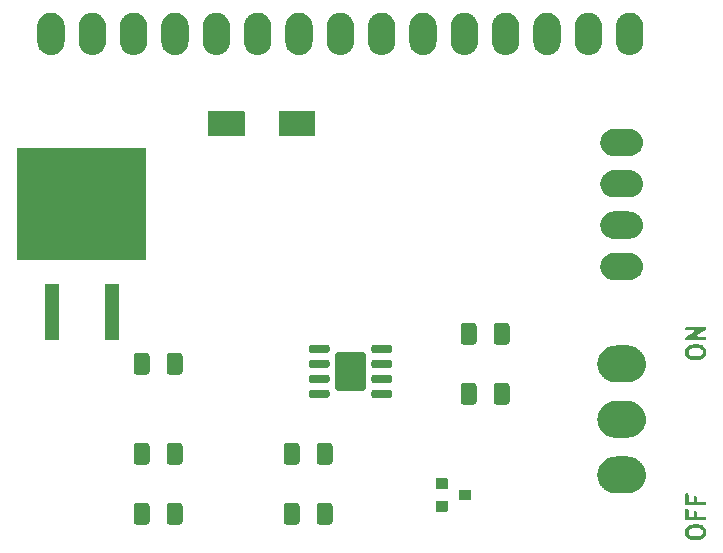
<source format=gbr>
G04 #@! TF.GenerationSoftware,KiCad,Pcbnew,7.0.7*
G04 #@! TF.CreationDate,2023-08-23T14:54:37-06:00*
G04 #@! TF.ProjectId,seedlab-power,73656564-6c61-4622-9d70-6f7765722e6b,rev?*
G04 #@! TF.SameCoordinates,Original*
G04 #@! TF.FileFunction,Soldermask,Top*
G04 #@! TF.FilePolarity,Negative*
%FSLAX46Y46*%
G04 Gerber Fmt 4.6, Leading zero omitted, Abs format (unit mm)*
G04 Created by KiCad (PCBNEW 7.0.7) date 2023-08-23 14:54:37*
%MOMM*%
%LPD*%
G01*
G04 APERTURE LIST*
G04 APERTURE END LIST*
G36*
X82737968Y-82189036D02*
G01*
X82737994Y-82189040D01*
X82739443Y-82189428D01*
X82756707Y-82191555D01*
X82758214Y-82191530D01*
X82758246Y-82191533D01*
X82766439Y-82191396D01*
X82774386Y-82193382D01*
X82774388Y-82193383D01*
X83044206Y-82260838D01*
X83044209Y-82260839D01*
X83052152Y-82262825D01*
X83053290Y-82263457D01*
X83054594Y-82263457D01*
X83059716Y-82266414D01*
X83059718Y-82266415D01*
X83087164Y-82282261D01*
X83111671Y-82295865D01*
X83111675Y-82295868D01*
X83120039Y-82300511D01*
X83120709Y-82301628D01*
X83121838Y-82302280D01*
X83264696Y-82445137D01*
X83268790Y-82452228D01*
X83273600Y-82460558D01*
X83280981Y-82470799D01*
X83292794Y-82484121D01*
X83364222Y-82626979D01*
X83365864Y-82635005D01*
X83370759Y-82658926D01*
X83371619Y-82662567D01*
X83380058Y-82694060D01*
X83380058Y-82979774D01*
X83371618Y-83011268D01*
X83370762Y-83014893D01*
X83364223Y-83046855D01*
X83292794Y-83189713D01*
X83280973Y-83203043D01*
X83273609Y-83213258D01*
X83264696Y-83228698D01*
X83121838Y-83371555D01*
X83120709Y-83372206D01*
X83120039Y-83373324D01*
X83087164Y-83391573D01*
X83054594Y-83410378D01*
X83053290Y-83410378D01*
X83052152Y-83411010D01*
X82766438Y-83482438D01*
X82756729Y-83482274D01*
X82739428Y-83484405D01*
X82730058Y-83486917D01*
X82721865Y-83486917D01*
X82238248Y-83486917D01*
X82230058Y-83486917D01*
X82220675Y-83484402D01*
X82203368Y-83482274D01*
X82193678Y-83482438D01*
X81907964Y-83411010D01*
X81906826Y-83410378D01*
X81905521Y-83410378D01*
X81872937Y-83391565D01*
X81840077Y-83373324D01*
X81839406Y-83372206D01*
X81838278Y-83371555D01*
X81695421Y-83228698D01*
X81686518Y-83213278D01*
X81679137Y-83203037D01*
X81672760Y-83195846D01*
X81672757Y-83195842D01*
X81667323Y-83189714D01*
X81595894Y-83046856D01*
X81594251Y-83038831D01*
X81594250Y-83038826D01*
X81589356Y-83014912D01*
X81588496Y-83011269D01*
X81582178Y-82987689D01*
X81582177Y-82987682D01*
X81580058Y-82979774D01*
X81580058Y-82929409D01*
X81880058Y-82929409D01*
X81886746Y-82957739D01*
X81920200Y-83024647D01*
X81931983Y-83040996D01*
X82008564Y-83117576D01*
X82038136Y-83134320D01*
X82241030Y-83185044D01*
X82256246Y-83186917D01*
X82703870Y-83186917D01*
X82719086Y-83185044D01*
X82921980Y-83134320D01*
X82951550Y-83117577D01*
X82975398Y-83093729D01*
X83028132Y-83040995D01*
X83039914Y-83024648D01*
X83073370Y-82957740D01*
X83080058Y-82929410D01*
X83080058Y-82744422D01*
X83073370Y-82716094D01*
X83056008Y-82681370D01*
X83039916Y-82649188D01*
X83028133Y-82632840D01*
X82951550Y-82556257D01*
X82921979Y-82539513D01*
X82786933Y-82505752D01*
X82719084Y-82488790D01*
X82703869Y-82486917D01*
X82256246Y-82486917D01*
X82241031Y-82488790D01*
X82190614Y-82501393D01*
X82038133Y-82539514D01*
X82008563Y-82556257D01*
X81931980Y-82632840D01*
X81920200Y-82649186D01*
X81886746Y-82716094D01*
X81880058Y-82744424D01*
X81880058Y-82929409D01*
X81580058Y-82929409D01*
X81580058Y-82694060D01*
X81582178Y-82686146D01*
X81582179Y-82686142D01*
X81588496Y-82662567D01*
X81589356Y-82658923D01*
X81594251Y-82635003D01*
X81594252Y-82634998D01*
X81595894Y-82626978D01*
X81599554Y-82619656D01*
X81599557Y-82619650D01*
X81663660Y-82491445D01*
X81663663Y-82491439D01*
X81667323Y-82484121D01*
X81672754Y-82477995D01*
X81672757Y-82477992D01*
X81679137Y-82470797D01*
X81686514Y-82460561D01*
X81691322Y-82452233D01*
X81691329Y-82452223D01*
X81695421Y-82445137D01*
X81701207Y-82439350D01*
X81701211Y-82439346D01*
X81832498Y-82308059D01*
X81832502Y-82308055D01*
X81838278Y-82302280D01*
X81839406Y-82301628D01*
X81840077Y-82300511D01*
X81872949Y-82282262D01*
X81881425Y-82277368D01*
X81897238Y-82268238D01*
X81897245Y-82268234D01*
X81905521Y-82263457D01*
X81906825Y-82263457D01*
X81907963Y-82262825D01*
X81915906Y-82260839D01*
X81915912Y-82260837D01*
X82185726Y-82193383D01*
X82185731Y-82193382D01*
X82193677Y-82191396D01*
X82201868Y-82191533D01*
X82201901Y-82191530D01*
X82203402Y-82191555D01*
X82220650Y-82189433D01*
X82222112Y-82189041D01*
X82222149Y-82189036D01*
X82230058Y-82186917D01*
X82730058Y-82186917D01*
X82737968Y-82189036D01*
G37*
G36*
X36003914Y-80361995D02*
G01*
X36019726Y-80368976D01*
X36027531Y-80370213D01*
X36060039Y-80386776D01*
X36105106Y-80406676D01*
X36183324Y-80484894D01*
X36203226Y-80529967D01*
X36219786Y-80562468D01*
X36221021Y-80570270D01*
X36228005Y-80586086D01*
X36236000Y-80655000D01*
X36236000Y-81905000D01*
X36228005Y-81973914D01*
X36221021Y-81989729D01*
X36219786Y-81997531D01*
X36203229Y-82030024D01*
X36183324Y-82075106D01*
X36105106Y-82153324D01*
X36060024Y-82173229D01*
X36027531Y-82189786D01*
X36019729Y-82191021D01*
X36003914Y-82198005D01*
X35935000Y-82206000D01*
X35185000Y-82206000D01*
X35116086Y-82198005D01*
X35100270Y-82191021D01*
X35092468Y-82189786D01*
X35059967Y-82173226D01*
X35014894Y-82153324D01*
X34936676Y-82075106D01*
X34916776Y-82030039D01*
X34900213Y-81997531D01*
X34898976Y-81989726D01*
X34891995Y-81973914D01*
X34884000Y-81905000D01*
X34884000Y-80655000D01*
X34891995Y-80586086D01*
X34898976Y-80570274D01*
X34900213Y-80562468D01*
X34916780Y-80529953D01*
X34936676Y-80484894D01*
X35014894Y-80406676D01*
X35059953Y-80386780D01*
X35092468Y-80370213D01*
X35100274Y-80368976D01*
X35116086Y-80361995D01*
X35185000Y-80354000D01*
X35935000Y-80354000D01*
X36003914Y-80361995D01*
G37*
G36*
X38803914Y-80361995D02*
G01*
X38819726Y-80368976D01*
X38827531Y-80370213D01*
X38860039Y-80386776D01*
X38905106Y-80406676D01*
X38983324Y-80484894D01*
X39003226Y-80529967D01*
X39019786Y-80562468D01*
X39021021Y-80570270D01*
X39028005Y-80586086D01*
X39036000Y-80655000D01*
X39036000Y-81905000D01*
X39028005Y-81973914D01*
X39021021Y-81989729D01*
X39019786Y-81997531D01*
X39003229Y-82030024D01*
X38983324Y-82075106D01*
X38905106Y-82153324D01*
X38860024Y-82173229D01*
X38827531Y-82189786D01*
X38819729Y-82191021D01*
X38803914Y-82198005D01*
X38735000Y-82206000D01*
X37985000Y-82206000D01*
X37916086Y-82198005D01*
X37900270Y-82191021D01*
X37892468Y-82189786D01*
X37859967Y-82173226D01*
X37814894Y-82153324D01*
X37736676Y-82075106D01*
X37716776Y-82030039D01*
X37700213Y-81997531D01*
X37698976Y-81989726D01*
X37691995Y-81973914D01*
X37684000Y-81905000D01*
X37684000Y-80655000D01*
X37691995Y-80586086D01*
X37698976Y-80570274D01*
X37700213Y-80562468D01*
X37716780Y-80529953D01*
X37736676Y-80484894D01*
X37814894Y-80406676D01*
X37859953Y-80386780D01*
X37892468Y-80370213D01*
X37900274Y-80368976D01*
X37916086Y-80361995D01*
X37985000Y-80354000D01*
X38735000Y-80354000D01*
X38803914Y-80361995D01*
G37*
G36*
X48703914Y-80361995D02*
G01*
X48719726Y-80368976D01*
X48727531Y-80370213D01*
X48760039Y-80386776D01*
X48805106Y-80406676D01*
X48883324Y-80484894D01*
X48903226Y-80529967D01*
X48919786Y-80562468D01*
X48921021Y-80570270D01*
X48928005Y-80586086D01*
X48936000Y-80655000D01*
X48936000Y-81905000D01*
X48928005Y-81973914D01*
X48921021Y-81989729D01*
X48919786Y-81997531D01*
X48903229Y-82030024D01*
X48883324Y-82075106D01*
X48805106Y-82153324D01*
X48760024Y-82173229D01*
X48727531Y-82189786D01*
X48719729Y-82191021D01*
X48703914Y-82198005D01*
X48635000Y-82206000D01*
X47885000Y-82206000D01*
X47816086Y-82198005D01*
X47800270Y-82191021D01*
X47792468Y-82189786D01*
X47759967Y-82173226D01*
X47714894Y-82153324D01*
X47636676Y-82075106D01*
X47616776Y-82030039D01*
X47600213Y-81997531D01*
X47598976Y-81989726D01*
X47591995Y-81973914D01*
X47584000Y-81905000D01*
X47584000Y-80655000D01*
X47591995Y-80586086D01*
X47598976Y-80570274D01*
X47600213Y-80562468D01*
X47616780Y-80529953D01*
X47636676Y-80484894D01*
X47714894Y-80406676D01*
X47759953Y-80386780D01*
X47792468Y-80370213D01*
X47800274Y-80368976D01*
X47816086Y-80361995D01*
X47885000Y-80354000D01*
X48635000Y-80354000D01*
X48703914Y-80361995D01*
G37*
G36*
X51503914Y-80361995D02*
G01*
X51519726Y-80368976D01*
X51527531Y-80370213D01*
X51560039Y-80386776D01*
X51605106Y-80406676D01*
X51683324Y-80484894D01*
X51703226Y-80529967D01*
X51719786Y-80562468D01*
X51721021Y-80570270D01*
X51728005Y-80586086D01*
X51736000Y-80655000D01*
X51736000Y-81905000D01*
X51728005Y-81973914D01*
X51721021Y-81989729D01*
X51719786Y-81997531D01*
X51703229Y-82030024D01*
X51683324Y-82075106D01*
X51605106Y-82153324D01*
X51560024Y-82173229D01*
X51527531Y-82189786D01*
X51519729Y-82191021D01*
X51503914Y-82198005D01*
X51435000Y-82206000D01*
X50685000Y-82206000D01*
X50616086Y-82198005D01*
X50600270Y-82191021D01*
X50592468Y-82189786D01*
X50559967Y-82173226D01*
X50514894Y-82153324D01*
X50436676Y-82075106D01*
X50416776Y-82030039D01*
X50400213Y-81997531D01*
X50398976Y-81989726D01*
X50391995Y-81973914D01*
X50384000Y-81905000D01*
X50384000Y-80655000D01*
X50391995Y-80586086D01*
X50398976Y-80570274D01*
X50400213Y-80562468D01*
X50416780Y-80529953D01*
X50436676Y-80484894D01*
X50514894Y-80406676D01*
X50559953Y-80386780D01*
X50592468Y-80370213D01*
X50600274Y-80368976D01*
X50616086Y-80361995D01*
X50685000Y-80354000D01*
X51435000Y-80354000D01*
X51503914Y-80361995D01*
G37*
G36*
X81737272Y-80831707D02*
G01*
X81737273Y-80831707D01*
X81793169Y-80846684D01*
X81793170Y-80846684D01*
X81805058Y-80849870D01*
X81859962Y-80904774D01*
X81880058Y-80979774D01*
X81880058Y-80987968D01*
X81880058Y-81470837D01*
X81953281Y-81544060D01*
X82221121Y-81544060D01*
X82294344Y-81470837D01*
X82294344Y-81202254D01*
X82294344Y-81194060D01*
X82296463Y-81186150D01*
X82296464Y-81186145D01*
X82311254Y-81130948D01*
X82311255Y-81130945D01*
X82314440Y-81119060D01*
X82319720Y-81113779D01*
X82319721Y-81113778D01*
X82360637Y-81072862D01*
X82360640Y-81072859D01*
X82369344Y-81064156D01*
X82376559Y-81062222D01*
X82376562Y-81062221D01*
X82432454Y-81047245D01*
X82432458Y-81047244D01*
X82444344Y-81044060D01*
X82451558Y-81045993D01*
X82451559Y-81045993D01*
X82507455Y-81060970D01*
X82507456Y-81060970D01*
X82519344Y-81064156D01*
X82574248Y-81119060D01*
X82594344Y-81194060D01*
X82594344Y-81202253D01*
X82594344Y-81202254D01*
X82594344Y-81470837D01*
X82667567Y-81544060D01*
X83221863Y-81544060D01*
X83230058Y-81544060D01*
X83237968Y-81546179D01*
X83237972Y-81546180D01*
X83293169Y-81560970D01*
X83293170Y-81560970D01*
X83305058Y-81564156D01*
X83359962Y-81619060D01*
X83380058Y-81694060D01*
X83359962Y-81769060D01*
X83305058Y-81823964D01*
X83230058Y-81844060D01*
X83221863Y-81844060D01*
X81738253Y-81844060D01*
X81730058Y-81844060D01*
X81655058Y-81823964D01*
X81600154Y-81769060D01*
X81598220Y-81761842D01*
X81598219Y-81761841D01*
X81582178Y-81701974D01*
X81582177Y-81701970D01*
X81580058Y-81694060D01*
X81580058Y-80979774D01*
X81582177Y-80971864D01*
X81582178Y-80971859D01*
X81596968Y-80916662D01*
X81596969Y-80916659D01*
X81600154Y-80904774D01*
X81605434Y-80899493D01*
X81605435Y-80899492D01*
X81646351Y-80858576D01*
X81646354Y-80858573D01*
X81655058Y-80849870D01*
X81662273Y-80847936D01*
X81662276Y-80847935D01*
X81718168Y-80832959D01*
X81718172Y-80832958D01*
X81730058Y-80829774D01*
X81737272Y-80831707D01*
G37*
G36*
X61429517Y-80192882D02*
G01*
X61446062Y-80203938D01*
X61457118Y-80220483D01*
X61461000Y-80240000D01*
X61461000Y-81040000D01*
X61457118Y-81059517D01*
X61446062Y-81076062D01*
X61429517Y-81087118D01*
X61410000Y-81091000D01*
X60510000Y-81091000D01*
X60490483Y-81087118D01*
X60473938Y-81076062D01*
X60462882Y-81059517D01*
X60459000Y-81040000D01*
X60459000Y-80240000D01*
X60462882Y-80220483D01*
X60473938Y-80203938D01*
X60490483Y-80192882D01*
X60510000Y-80189000D01*
X61410000Y-80189000D01*
X61429517Y-80192882D01*
G37*
G36*
X81737272Y-79545993D02*
G01*
X81737273Y-79545993D01*
X81793169Y-79560970D01*
X81793170Y-79560970D01*
X81805058Y-79564156D01*
X81859962Y-79619060D01*
X81880058Y-79694060D01*
X81880058Y-79702253D01*
X81880058Y-79702254D01*
X81880058Y-80185123D01*
X81953281Y-80258346D01*
X82221121Y-80258346D01*
X82294344Y-80185123D01*
X82294344Y-79916540D01*
X82294344Y-79908346D01*
X82296463Y-79900436D01*
X82296464Y-79900431D01*
X82311254Y-79845234D01*
X82311255Y-79845231D01*
X82314440Y-79833346D01*
X82319720Y-79828065D01*
X82319721Y-79828064D01*
X82360637Y-79787148D01*
X82360640Y-79787145D01*
X82369344Y-79778442D01*
X82376559Y-79776508D01*
X82376562Y-79776507D01*
X82432454Y-79761531D01*
X82432458Y-79761530D01*
X82444344Y-79758346D01*
X82451558Y-79760279D01*
X82451559Y-79760279D01*
X82507455Y-79775256D01*
X82507456Y-79775256D01*
X82519344Y-79778442D01*
X82574248Y-79833346D01*
X82594344Y-79908346D01*
X82594344Y-79916540D01*
X82594344Y-80185123D01*
X82667567Y-80258346D01*
X83221863Y-80258346D01*
X83230058Y-80258346D01*
X83237968Y-80260465D01*
X83237972Y-80260466D01*
X83293169Y-80275256D01*
X83293170Y-80275256D01*
X83305058Y-80278442D01*
X83359962Y-80333346D01*
X83380058Y-80408346D01*
X83359962Y-80483346D01*
X83305058Y-80538250D01*
X83230058Y-80558346D01*
X83221863Y-80558346D01*
X81738253Y-80558346D01*
X81730058Y-80558346D01*
X81655058Y-80538250D01*
X81600154Y-80483346D01*
X81598220Y-80476128D01*
X81598219Y-80476127D01*
X81582178Y-80416260D01*
X81582177Y-80416256D01*
X81580058Y-80408346D01*
X81580058Y-79694060D01*
X81582177Y-79686150D01*
X81582178Y-79686145D01*
X81596968Y-79630948D01*
X81596969Y-79630945D01*
X81600154Y-79619060D01*
X81605434Y-79613779D01*
X81605435Y-79613778D01*
X81646351Y-79572862D01*
X81646354Y-79572859D01*
X81655058Y-79564156D01*
X81662273Y-79562222D01*
X81662276Y-79562221D01*
X81718168Y-79547245D01*
X81718172Y-79547244D01*
X81730058Y-79544060D01*
X81737272Y-79545993D01*
G37*
G36*
X63429517Y-79242882D02*
G01*
X63446062Y-79253938D01*
X63457118Y-79270483D01*
X63461000Y-79290000D01*
X63461000Y-80090000D01*
X63457118Y-80109517D01*
X63446062Y-80126062D01*
X63429517Y-80137118D01*
X63410000Y-80141000D01*
X62510000Y-80141000D01*
X62490483Y-80137118D01*
X62473938Y-80126062D01*
X62462882Y-80109517D01*
X62459000Y-80090000D01*
X62459000Y-79290000D01*
X62462882Y-79270483D01*
X62473938Y-79253938D01*
X62490483Y-79242882D01*
X62510000Y-79239000D01*
X63410000Y-79239000D01*
X63429517Y-79242882D01*
G37*
G36*
X76746640Y-76430879D02*
G01*
X76816320Y-76433550D01*
X76817521Y-76433735D01*
X76824804Y-76434029D01*
X76927950Y-76450791D01*
X77053313Y-76470155D01*
X77059876Y-76472232D01*
X77071179Y-76474069D01*
X77171305Y-76507496D01*
X77279655Y-76541786D01*
X77291330Y-76547566D01*
X77307940Y-76553112D01*
X77398096Y-76600429D01*
X77492404Y-76647124D01*
X77508097Y-76658162D01*
X77528956Y-76669110D01*
X77606434Y-76727331D01*
X77686575Y-76783701D01*
X77704835Y-76801274D01*
X77728503Y-76819060D01*
X77791945Y-76885110D01*
X77857627Y-76948323D01*
X77876718Y-76973368D01*
X77901412Y-76999077D01*
X77950252Y-77069834D01*
X78001550Y-77137130D01*
X78019544Y-77170221D01*
X78043205Y-77204500D01*
X78077598Y-77276981D01*
X78114954Y-77345679D01*
X78129771Y-77386934D01*
X78150210Y-77430008D01*
X78170914Y-77501487D01*
X78195202Y-77569111D01*
X78204725Y-77618217D01*
X78219655Y-77669760D01*
X78227916Y-77737797D01*
X78240401Y-77802173D01*
X78242554Y-77858353D01*
X78249742Y-77917548D01*
X78247221Y-77980099D01*
X78249494Y-78039393D01*
X78242331Y-78101435D01*
X78239691Y-78166952D01*
X78228359Y-78222457D01*
X78222268Y-78275223D01*
X78204064Y-78341465D01*
X78189764Y-78411515D01*
X78171793Y-78458899D01*
X78159361Y-78504141D01*
X78128678Y-78572584D01*
X78101252Y-78644902D01*
X78078917Y-78683587D01*
X78062251Y-78720764D01*
X78018016Y-78789069D01*
X77976448Y-78861068D01*
X77951996Y-78891015D01*
X77933203Y-78920036D01*
X77874753Y-78985620D01*
X77818585Y-79054415D01*
X77794159Y-79076054D01*
X77775259Y-79097262D01*
X77702359Y-79157381D01*
X77631751Y-79219936D01*
X77609274Y-79234149D01*
X77592106Y-79248308D01*
X77504875Y-79300167D01*
X77420786Y-79353342D01*
X77401888Y-79361393D01*
X77388046Y-79369623D01*
X77286778Y-79410437D01*
X77191152Y-79451180D01*
X77177087Y-79454646D01*
X77167859Y-79458366D01*
X77052003Y-79485477D01*
X76948798Y-79510915D01*
X76940401Y-79511592D01*
X76936700Y-79512459D01*
X76793078Y-79523485D01*
X76700000Y-79531000D01*
X76695211Y-79531000D01*
X75702395Y-79531000D01*
X75700000Y-79531000D01*
X75653156Y-79529112D01*
X75583679Y-79526449D01*
X75582486Y-79526264D01*
X75575196Y-79525971D01*
X75471944Y-79509190D01*
X75346686Y-79489844D01*
X75340128Y-79487768D01*
X75328821Y-79485931D01*
X75228655Y-79452490D01*
X75120344Y-79418213D01*
X75108672Y-79412434D01*
X75092060Y-79406888D01*
X75001886Y-79359561D01*
X74907595Y-79312875D01*
X74891903Y-79301838D01*
X74871044Y-79290890D01*
X74793559Y-79232664D01*
X74713424Y-79176298D01*
X74695164Y-79158725D01*
X74671497Y-79140940D01*
X74608053Y-79074888D01*
X74542372Y-79011676D01*
X74523280Y-78986630D01*
X74498588Y-78960923D01*
X74449749Y-78890168D01*
X74398449Y-78822869D01*
X74380453Y-78789774D01*
X74356795Y-78755500D01*
X74322405Y-78683024D01*
X74285045Y-78614320D01*
X74270225Y-78573059D01*
X74249790Y-78529992D01*
X74229088Y-78458521D01*
X74204797Y-78390888D01*
X74195272Y-78341774D01*
X74180345Y-78290240D01*
X74172085Y-78222214D01*
X74159598Y-78157826D01*
X74157444Y-78101634D01*
X74150258Y-78042452D01*
X74152778Y-77979912D01*
X74150505Y-77920606D01*
X74157669Y-77858549D01*
X74160309Y-77793048D01*
X74171637Y-77737554D01*
X74177731Y-77684776D01*
X74195939Y-77618516D01*
X74210236Y-77548485D01*
X74228201Y-77501112D01*
X74240638Y-77455858D01*
X74271329Y-77387394D01*
X74298748Y-77315098D01*
X74321076Y-77276424D01*
X74337748Y-77239235D01*
X74381997Y-77170906D01*
X74423552Y-77098932D01*
X74447995Y-77068994D01*
X74466796Y-77039963D01*
X74525267Y-76974353D01*
X74581415Y-76905585D01*
X74605831Y-76883953D01*
X74624740Y-76862737D01*
X74697669Y-76802591D01*
X74768249Y-76740064D01*
X74790716Y-76725856D01*
X74807893Y-76711691D01*
X74895166Y-76659806D01*
X74979214Y-76606658D01*
X74998101Y-76598610D01*
X75011953Y-76590376D01*
X75113282Y-76549536D01*
X75208848Y-76508820D01*
X75222903Y-76505355D01*
X75232140Y-76501633D01*
X75348095Y-76474498D01*
X75451202Y-76449085D01*
X75459590Y-76448407D01*
X75463299Y-76447540D01*
X75607031Y-76436505D01*
X75700000Y-76429000D01*
X76700000Y-76429000D01*
X76746640Y-76430879D01*
G37*
G36*
X61429517Y-78292882D02*
G01*
X61446062Y-78303938D01*
X61457118Y-78320483D01*
X61461000Y-78340000D01*
X61461000Y-79140000D01*
X61457118Y-79159517D01*
X61446062Y-79176062D01*
X61429517Y-79187118D01*
X61410000Y-79191000D01*
X60510000Y-79191000D01*
X60490483Y-79187118D01*
X60473938Y-79176062D01*
X60462882Y-79159517D01*
X60459000Y-79140000D01*
X60459000Y-78340000D01*
X60462882Y-78320483D01*
X60473938Y-78303938D01*
X60490483Y-78292882D01*
X60510000Y-78289000D01*
X61410000Y-78289000D01*
X61429517Y-78292882D01*
G37*
G36*
X36003914Y-75281995D02*
G01*
X36019726Y-75288976D01*
X36027531Y-75290213D01*
X36060039Y-75306776D01*
X36105106Y-75326676D01*
X36183324Y-75404894D01*
X36203226Y-75449967D01*
X36219786Y-75482468D01*
X36221021Y-75490270D01*
X36228005Y-75506086D01*
X36236000Y-75575000D01*
X36236000Y-76825000D01*
X36228005Y-76893914D01*
X36221021Y-76909729D01*
X36219786Y-76917531D01*
X36203229Y-76950024D01*
X36183324Y-76995106D01*
X36105106Y-77073324D01*
X36060024Y-77093229D01*
X36027531Y-77109786D01*
X36019729Y-77111021D01*
X36003914Y-77118005D01*
X35935000Y-77126000D01*
X35185000Y-77126000D01*
X35116086Y-77118005D01*
X35100270Y-77111021D01*
X35092468Y-77109786D01*
X35059967Y-77093226D01*
X35014894Y-77073324D01*
X34936676Y-76995106D01*
X34916776Y-76950039D01*
X34900213Y-76917531D01*
X34898976Y-76909726D01*
X34891995Y-76893914D01*
X34884000Y-76825000D01*
X34884000Y-75575000D01*
X34891995Y-75506086D01*
X34898976Y-75490274D01*
X34900213Y-75482468D01*
X34916780Y-75449953D01*
X34936676Y-75404894D01*
X35014894Y-75326676D01*
X35059953Y-75306780D01*
X35092468Y-75290213D01*
X35100274Y-75288976D01*
X35116086Y-75281995D01*
X35185000Y-75274000D01*
X35935000Y-75274000D01*
X36003914Y-75281995D01*
G37*
G36*
X38803914Y-75281995D02*
G01*
X38819726Y-75288976D01*
X38827531Y-75290213D01*
X38860039Y-75306776D01*
X38905106Y-75326676D01*
X38983324Y-75404894D01*
X39003226Y-75449967D01*
X39019786Y-75482468D01*
X39021021Y-75490270D01*
X39028005Y-75506086D01*
X39036000Y-75575000D01*
X39036000Y-76825000D01*
X39028005Y-76893914D01*
X39021021Y-76909729D01*
X39019786Y-76917531D01*
X39003229Y-76950024D01*
X38983324Y-76995106D01*
X38905106Y-77073324D01*
X38860024Y-77093229D01*
X38827531Y-77109786D01*
X38819729Y-77111021D01*
X38803914Y-77118005D01*
X38735000Y-77126000D01*
X37985000Y-77126000D01*
X37916086Y-77118005D01*
X37900270Y-77111021D01*
X37892468Y-77109786D01*
X37859967Y-77093226D01*
X37814894Y-77073324D01*
X37736676Y-76995106D01*
X37716776Y-76950039D01*
X37700213Y-76917531D01*
X37698976Y-76909726D01*
X37691995Y-76893914D01*
X37684000Y-76825000D01*
X37684000Y-75575000D01*
X37691995Y-75506086D01*
X37698976Y-75490274D01*
X37700213Y-75482468D01*
X37716780Y-75449953D01*
X37736676Y-75404894D01*
X37814894Y-75326676D01*
X37859953Y-75306780D01*
X37892468Y-75290213D01*
X37900274Y-75288976D01*
X37916086Y-75281995D01*
X37985000Y-75274000D01*
X38735000Y-75274000D01*
X38803914Y-75281995D01*
G37*
G36*
X48703914Y-75281995D02*
G01*
X48719726Y-75288976D01*
X48727531Y-75290213D01*
X48760039Y-75306776D01*
X48805106Y-75326676D01*
X48883324Y-75404894D01*
X48903226Y-75449967D01*
X48919786Y-75482468D01*
X48921021Y-75490270D01*
X48928005Y-75506086D01*
X48936000Y-75575000D01*
X48936000Y-76825000D01*
X48928005Y-76893914D01*
X48921021Y-76909729D01*
X48919786Y-76917531D01*
X48903229Y-76950024D01*
X48883324Y-76995106D01*
X48805106Y-77073324D01*
X48760024Y-77093229D01*
X48727531Y-77109786D01*
X48719729Y-77111021D01*
X48703914Y-77118005D01*
X48635000Y-77126000D01*
X47885000Y-77126000D01*
X47816086Y-77118005D01*
X47800270Y-77111021D01*
X47792468Y-77109786D01*
X47759967Y-77093226D01*
X47714894Y-77073324D01*
X47636676Y-76995106D01*
X47616776Y-76950039D01*
X47600213Y-76917531D01*
X47598976Y-76909726D01*
X47591995Y-76893914D01*
X47584000Y-76825000D01*
X47584000Y-75575000D01*
X47591995Y-75506086D01*
X47598976Y-75490274D01*
X47600213Y-75482468D01*
X47616780Y-75449953D01*
X47636676Y-75404894D01*
X47714894Y-75326676D01*
X47759953Y-75306780D01*
X47792468Y-75290213D01*
X47800274Y-75288976D01*
X47816086Y-75281995D01*
X47885000Y-75274000D01*
X48635000Y-75274000D01*
X48703914Y-75281995D01*
G37*
G36*
X51503914Y-75281995D02*
G01*
X51519726Y-75288976D01*
X51527531Y-75290213D01*
X51560039Y-75306776D01*
X51605106Y-75326676D01*
X51683324Y-75404894D01*
X51703226Y-75449967D01*
X51719786Y-75482468D01*
X51721021Y-75490270D01*
X51728005Y-75506086D01*
X51736000Y-75575000D01*
X51736000Y-76825000D01*
X51728005Y-76893914D01*
X51721021Y-76909729D01*
X51719786Y-76917531D01*
X51703229Y-76950024D01*
X51683324Y-76995106D01*
X51605106Y-77073324D01*
X51560024Y-77093229D01*
X51527531Y-77109786D01*
X51519729Y-77111021D01*
X51503914Y-77118005D01*
X51435000Y-77126000D01*
X50685000Y-77126000D01*
X50616086Y-77118005D01*
X50600270Y-77111021D01*
X50592468Y-77109786D01*
X50559967Y-77093226D01*
X50514894Y-77073324D01*
X50436676Y-76995106D01*
X50416776Y-76950039D01*
X50400213Y-76917531D01*
X50398976Y-76909726D01*
X50391995Y-76893914D01*
X50384000Y-76825000D01*
X50384000Y-75575000D01*
X50391995Y-75506086D01*
X50398976Y-75490274D01*
X50400213Y-75482468D01*
X50416780Y-75449953D01*
X50436676Y-75404894D01*
X50514894Y-75326676D01*
X50559953Y-75306780D01*
X50592468Y-75290213D01*
X50600274Y-75288976D01*
X50616086Y-75281995D01*
X50685000Y-75274000D01*
X51435000Y-75274000D01*
X51503914Y-75281995D01*
G37*
G36*
X76746640Y-71730879D02*
G01*
X76816320Y-71733550D01*
X76817521Y-71733735D01*
X76824804Y-71734029D01*
X76927950Y-71750791D01*
X77053313Y-71770155D01*
X77059876Y-71772232D01*
X77071179Y-71774069D01*
X77171305Y-71807496D01*
X77279655Y-71841786D01*
X77291330Y-71847566D01*
X77307940Y-71853112D01*
X77398096Y-71900429D01*
X77492404Y-71947124D01*
X77508097Y-71958162D01*
X77528956Y-71969110D01*
X77606434Y-72027331D01*
X77686575Y-72083701D01*
X77704835Y-72101274D01*
X77728503Y-72119060D01*
X77791945Y-72185110D01*
X77857627Y-72248323D01*
X77876718Y-72273368D01*
X77901412Y-72299077D01*
X77950252Y-72369834D01*
X78001550Y-72437130D01*
X78019544Y-72470221D01*
X78043205Y-72504500D01*
X78077598Y-72576981D01*
X78114954Y-72645679D01*
X78129771Y-72686934D01*
X78150210Y-72730008D01*
X78170914Y-72801487D01*
X78195202Y-72869111D01*
X78204725Y-72918217D01*
X78219655Y-72969760D01*
X78227916Y-73037797D01*
X78240401Y-73102173D01*
X78242554Y-73158353D01*
X78249742Y-73217548D01*
X78247221Y-73280099D01*
X78249494Y-73339393D01*
X78242331Y-73401435D01*
X78239691Y-73466952D01*
X78228359Y-73522457D01*
X78222268Y-73575223D01*
X78204064Y-73641465D01*
X78189764Y-73711515D01*
X78171793Y-73758899D01*
X78159361Y-73804141D01*
X78128678Y-73872584D01*
X78101252Y-73944902D01*
X78078917Y-73983587D01*
X78062251Y-74020764D01*
X78018016Y-74089069D01*
X77976448Y-74161068D01*
X77951996Y-74191015D01*
X77933203Y-74220036D01*
X77874753Y-74285620D01*
X77818585Y-74354415D01*
X77794159Y-74376054D01*
X77775259Y-74397262D01*
X77702359Y-74457381D01*
X77631751Y-74519936D01*
X77609274Y-74534149D01*
X77592106Y-74548308D01*
X77504875Y-74600167D01*
X77420786Y-74653342D01*
X77401888Y-74661393D01*
X77388046Y-74669623D01*
X77286778Y-74710437D01*
X77191152Y-74751180D01*
X77177087Y-74754646D01*
X77167859Y-74758366D01*
X77052003Y-74785477D01*
X76948798Y-74810915D01*
X76940401Y-74811592D01*
X76936700Y-74812459D01*
X76793078Y-74823485D01*
X76700000Y-74831000D01*
X76695211Y-74831000D01*
X75702395Y-74831000D01*
X75700000Y-74831000D01*
X75653156Y-74829112D01*
X75583679Y-74826449D01*
X75582486Y-74826264D01*
X75575196Y-74825971D01*
X75471944Y-74809190D01*
X75346686Y-74789844D01*
X75340128Y-74787768D01*
X75328821Y-74785931D01*
X75228655Y-74752490D01*
X75120344Y-74718213D01*
X75108672Y-74712434D01*
X75092060Y-74706888D01*
X75001886Y-74659561D01*
X74907595Y-74612875D01*
X74891903Y-74601838D01*
X74871044Y-74590890D01*
X74793559Y-74532664D01*
X74713424Y-74476298D01*
X74695164Y-74458725D01*
X74671497Y-74440940D01*
X74608053Y-74374888D01*
X74542372Y-74311676D01*
X74523280Y-74286630D01*
X74498588Y-74260923D01*
X74449749Y-74190168D01*
X74398449Y-74122869D01*
X74380453Y-74089774D01*
X74356795Y-74055500D01*
X74322405Y-73983024D01*
X74285045Y-73914320D01*
X74270225Y-73873059D01*
X74249790Y-73829992D01*
X74229088Y-73758521D01*
X74204797Y-73690888D01*
X74195272Y-73641774D01*
X74180345Y-73590240D01*
X74172085Y-73522214D01*
X74159598Y-73457826D01*
X74157444Y-73401634D01*
X74150258Y-73342452D01*
X74152778Y-73279912D01*
X74150505Y-73220606D01*
X74157669Y-73158549D01*
X74160309Y-73093048D01*
X74171637Y-73037554D01*
X74177731Y-72984776D01*
X74195939Y-72918516D01*
X74210236Y-72848485D01*
X74228201Y-72801112D01*
X74240638Y-72755858D01*
X74271329Y-72687394D01*
X74298748Y-72615098D01*
X74321076Y-72576424D01*
X74337748Y-72539235D01*
X74381997Y-72470906D01*
X74423552Y-72398932D01*
X74447995Y-72368994D01*
X74466796Y-72339963D01*
X74525267Y-72274353D01*
X74581415Y-72205585D01*
X74605831Y-72183953D01*
X74624740Y-72162737D01*
X74697669Y-72102591D01*
X74768249Y-72040064D01*
X74790716Y-72025856D01*
X74807893Y-72011691D01*
X74895166Y-71959806D01*
X74979214Y-71906658D01*
X74998101Y-71898610D01*
X75011953Y-71890376D01*
X75113282Y-71849536D01*
X75208848Y-71808820D01*
X75222903Y-71805355D01*
X75232140Y-71801633D01*
X75348095Y-71774498D01*
X75451202Y-71749085D01*
X75459590Y-71748407D01*
X75463299Y-71747540D01*
X75607031Y-71736505D01*
X75700000Y-71729000D01*
X76700000Y-71729000D01*
X76746640Y-71730879D01*
G37*
G36*
X63683914Y-70201995D02*
G01*
X63699726Y-70208976D01*
X63707531Y-70210213D01*
X63740039Y-70226776D01*
X63785106Y-70246676D01*
X63863324Y-70324894D01*
X63883226Y-70369967D01*
X63899786Y-70402468D01*
X63901021Y-70410270D01*
X63908005Y-70426086D01*
X63916000Y-70495000D01*
X63916000Y-71745000D01*
X63908005Y-71813914D01*
X63901021Y-71829729D01*
X63899786Y-71837531D01*
X63883229Y-71870024D01*
X63863324Y-71915106D01*
X63785106Y-71993324D01*
X63740024Y-72013229D01*
X63707531Y-72029786D01*
X63699729Y-72031021D01*
X63683914Y-72038005D01*
X63615000Y-72046000D01*
X62865000Y-72046000D01*
X62796086Y-72038005D01*
X62780270Y-72031021D01*
X62772468Y-72029786D01*
X62739967Y-72013226D01*
X62694894Y-71993324D01*
X62616676Y-71915106D01*
X62596776Y-71870039D01*
X62580213Y-71837531D01*
X62578976Y-71829726D01*
X62571995Y-71813914D01*
X62564000Y-71745000D01*
X62564000Y-70495000D01*
X62571995Y-70426086D01*
X62578976Y-70410274D01*
X62580213Y-70402468D01*
X62596780Y-70369953D01*
X62616676Y-70324894D01*
X62694894Y-70246676D01*
X62739953Y-70226780D01*
X62772468Y-70210213D01*
X62780274Y-70208976D01*
X62796086Y-70201995D01*
X62865000Y-70194000D01*
X63615000Y-70194000D01*
X63683914Y-70201995D01*
G37*
G36*
X66483914Y-70201995D02*
G01*
X66499726Y-70208976D01*
X66507531Y-70210213D01*
X66540039Y-70226776D01*
X66585106Y-70246676D01*
X66663324Y-70324894D01*
X66683226Y-70369967D01*
X66699786Y-70402468D01*
X66701021Y-70410270D01*
X66708005Y-70426086D01*
X66716000Y-70495000D01*
X66716000Y-71745000D01*
X66708005Y-71813914D01*
X66701021Y-71829729D01*
X66699786Y-71837531D01*
X66683229Y-71870024D01*
X66663324Y-71915106D01*
X66585106Y-71993324D01*
X66540024Y-72013229D01*
X66507531Y-72029786D01*
X66499729Y-72031021D01*
X66483914Y-72038005D01*
X66415000Y-72046000D01*
X65665000Y-72046000D01*
X65596086Y-72038005D01*
X65580270Y-72031021D01*
X65572468Y-72029786D01*
X65539967Y-72013226D01*
X65494894Y-71993324D01*
X65416676Y-71915106D01*
X65396776Y-71870039D01*
X65380213Y-71837531D01*
X65378976Y-71829726D01*
X65371995Y-71813914D01*
X65364000Y-71745000D01*
X65364000Y-70495000D01*
X65371995Y-70426086D01*
X65378976Y-70410274D01*
X65380213Y-70402468D01*
X65396780Y-70369953D01*
X65416676Y-70324894D01*
X65494894Y-70246676D01*
X65539953Y-70226780D01*
X65572468Y-70210213D01*
X65580274Y-70208976D01*
X65596086Y-70201995D01*
X65665000Y-70194000D01*
X66415000Y-70194000D01*
X66483914Y-70201995D01*
G37*
G36*
X51283540Y-70772190D02*
G01*
X51316487Y-70776528D01*
X51324774Y-70780392D01*
X51344419Y-70784300D01*
X51370438Y-70801686D01*
X51381680Y-70806928D01*
X51388519Y-70813767D01*
X51409628Y-70827872D01*
X51423732Y-70848980D01*
X51430571Y-70855819D01*
X51435812Y-70867058D01*
X51453200Y-70893081D01*
X51457107Y-70912727D01*
X51460971Y-70921012D01*
X51465306Y-70953946D01*
X51468500Y-70970000D01*
X51468500Y-71270000D01*
X51465306Y-71286054D01*
X51460971Y-71318987D01*
X51457108Y-71327270D01*
X51453200Y-71346919D01*
X51435810Y-71372943D01*
X51430571Y-71384180D01*
X51423734Y-71391016D01*
X51409628Y-71412128D01*
X51388516Y-71426234D01*
X51381680Y-71433071D01*
X51370443Y-71438310D01*
X51344419Y-71455700D01*
X51324770Y-71459608D01*
X51316487Y-71463471D01*
X51283554Y-71467806D01*
X51267500Y-71471000D01*
X49942500Y-71471000D01*
X49926446Y-71467806D01*
X49893512Y-71463471D01*
X49885227Y-71459607D01*
X49865581Y-71455700D01*
X49839558Y-71438312D01*
X49828319Y-71433071D01*
X49821480Y-71426232D01*
X49800372Y-71412128D01*
X49786267Y-71391019D01*
X49779428Y-71384180D01*
X49774186Y-71372938D01*
X49756800Y-71346919D01*
X49752892Y-71327274D01*
X49749028Y-71318987D01*
X49744690Y-71286040D01*
X49741500Y-71270000D01*
X49741500Y-70970000D01*
X49744690Y-70953961D01*
X49749028Y-70921012D01*
X49752892Y-70912723D01*
X49756800Y-70893081D01*
X49774184Y-70867063D01*
X49779428Y-70855819D01*
X49786269Y-70848977D01*
X49800372Y-70827872D01*
X49821477Y-70813769D01*
X49828319Y-70806928D01*
X49839563Y-70801684D01*
X49865581Y-70784300D01*
X49885223Y-70780392D01*
X49893512Y-70776528D01*
X49926461Y-70772190D01*
X49942500Y-70769000D01*
X51267500Y-70769000D01*
X51283540Y-70772190D01*
G37*
G36*
X56558540Y-70772190D02*
G01*
X56591487Y-70776528D01*
X56599774Y-70780392D01*
X56619419Y-70784300D01*
X56645438Y-70801686D01*
X56656680Y-70806928D01*
X56663519Y-70813767D01*
X56684628Y-70827872D01*
X56698732Y-70848980D01*
X56705571Y-70855819D01*
X56710812Y-70867058D01*
X56728200Y-70893081D01*
X56732107Y-70912727D01*
X56735971Y-70921012D01*
X56740306Y-70953946D01*
X56743500Y-70970000D01*
X56743500Y-71270000D01*
X56740306Y-71286054D01*
X56735971Y-71318987D01*
X56732108Y-71327270D01*
X56728200Y-71346919D01*
X56710810Y-71372943D01*
X56705571Y-71384180D01*
X56698734Y-71391016D01*
X56684628Y-71412128D01*
X56663516Y-71426234D01*
X56656680Y-71433071D01*
X56645443Y-71438310D01*
X56619419Y-71455700D01*
X56599770Y-71459608D01*
X56591487Y-71463471D01*
X56558554Y-71467806D01*
X56542500Y-71471000D01*
X55217500Y-71471000D01*
X55201446Y-71467806D01*
X55168512Y-71463471D01*
X55160227Y-71459607D01*
X55140581Y-71455700D01*
X55114558Y-71438312D01*
X55103319Y-71433071D01*
X55096480Y-71426232D01*
X55075372Y-71412128D01*
X55061267Y-71391019D01*
X55054428Y-71384180D01*
X55049186Y-71372938D01*
X55031800Y-71346919D01*
X55027892Y-71327274D01*
X55024028Y-71318987D01*
X55019690Y-71286040D01*
X55016500Y-71270000D01*
X55016500Y-70970000D01*
X55019690Y-70953961D01*
X55024028Y-70921012D01*
X55027892Y-70912723D01*
X55031800Y-70893081D01*
X55049184Y-70867063D01*
X55054428Y-70855819D01*
X55061269Y-70848977D01*
X55075372Y-70827872D01*
X55096477Y-70813769D01*
X55103319Y-70806928D01*
X55114563Y-70801684D01*
X55140581Y-70784300D01*
X55160223Y-70780392D01*
X55168512Y-70776528D01*
X55201461Y-70772190D01*
X55217500Y-70769000D01*
X56542500Y-70769000D01*
X56558540Y-70772190D01*
G37*
G36*
X54318414Y-67571995D02*
G01*
X54334226Y-67578976D01*
X54342031Y-67580213D01*
X54374539Y-67596776D01*
X54419606Y-67616676D01*
X54497824Y-67694894D01*
X54517726Y-67739967D01*
X54534286Y-67772468D01*
X54535521Y-67780270D01*
X54542505Y-67796086D01*
X54550500Y-67865000D01*
X54550500Y-70565000D01*
X54542505Y-70633914D01*
X54535521Y-70649729D01*
X54534286Y-70657531D01*
X54517729Y-70690024D01*
X54497824Y-70735106D01*
X54419606Y-70813324D01*
X54374524Y-70833229D01*
X54342031Y-70849786D01*
X54334229Y-70851021D01*
X54318414Y-70858005D01*
X54249500Y-70866000D01*
X52235500Y-70866000D01*
X52166586Y-70858005D01*
X52150770Y-70851021D01*
X52142968Y-70849786D01*
X52110467Y-70833226D01*
X52065394Y-70813324D01*
X51987176Y-70735106D01*
X51967276Y-70690039D01*
X51950713Y-70657531D01*
X51949476Y-70649726D01*
X51942495Y-70633914D01*
X51934500Y-70565000D01*
X51934500Y-67865000D01*
X51942495Y-67796086D01*
X51949476Y-67780274D01*
X51950713Y-67772468D01*
X51967280Y-67739953D01*
X51987176Y-67694894D01*
X52065394Y-67616676D01*
X52110453Y-67596780D01*
X52142968Y-67580213D01*
X52150774Y-67578976D01*
X52166586Y-67571995D01*
X52235500Y-67564000D01*
X54249500Y-67564000D01*
X54318414Y-67571995D01*
G37*
G36*
X51283540Y-69502190D02*
G01*
X51316487Y-69506528D01*
X51324774Y-69510392D01*
X51344419Y-69514300D01*
X51370438Y-69531686D01*
X51381680Y-69536928D01*
X51388519Y-69543767D01*
X51409628Y-69557872D01*
X51423732Y-69578980D01*
X51430571Y-69585819D01*
X51435812Y-69597058D01*
X51453200Y-69623081D01*
X51457107Y-69642727D01*
X51460971Y-69651012D01*
X51465306Y-69683946D01*
X51468500Y-69700000D01*
X51468500Y-70000000D01*
X51465306Y-70016054D01*
X51460971Y-70048987D01*
X51457108Y-70057270D01*
X51453200Y-70076919D01*
X51435810Y-70102943D01*
X51430571Y-70114180D01*
X51423734Y-70121016D01*
X51409628Y-70142128D01*
X51388516Y-70156234D01*
X51381680Y-70163071D01*
X51370443Y-70168310D01*
X51344419Y-70185700D01*
X51324770Y-70189608D01*
X51316487Y-70193471D01*
X51283554Y-70197806D01*
X51267500Y-70201000D01*
X49942500Y-70201000D01*
X49926446Y-70197806D01*
X49893512Y-70193471D01*
X49885227Y-70189607D01*
X49865581Y-70185700D01*
X49839558Y-70168312D01*
X49828319Y-70163071D01*
X49821480Y-70156232D01*
X49800372Y-70142128D01*
X49786267Y-70121019D01*
X49779428Y-70114180D01*
X49774186Y-70102938D01*
X49756800Y-70076919D01*
X49752892Y-70057274D01*
X49749028Y-70048987D01*
X49744690Y-70016040D01*
X49741500Y-70000000D01*
X49741500Y-69700000D01*
X49744690Y-69683961D01*
X49749028Y-69651012D01*
X49752892Y-69642723D01*
X49756800Y-69623081D01*
X49774184Y-69597063D01*
X49779428Y-69585819D01*
X49786269Y-69578977D01*
X49800372Y-69557872D01*
X49821477Y-69543769D01*
X49828319Y-69536928D01*
X49839563Y-69531684D01*
X49865581Y-69514300D01*
X49885223Y-69510392D01*
X49893512Y-69506528D01*
X49926461Y-69502190D01*
X49942500Y-69499000D01*
X51267500Y-69499000D01*
X51283540Y-69502190D01*
G37*
G36*
X56558540Y-69502190D02*
G01*
X56591487Y-69506528D01*
X56599774Y-69510392D01*
X56619419Y-69514300D01*
X56645438Y-69531686D01*
X56656680Y-69536928D01*
X56663519Y-69543767D01*
X56684628Y-69557872D01*
X56698732Y-69578980D01*
X56705571Y-69585819D01*
X56710812Y-69597058D01*
X56728200Y-69623081D01*
X56732107Y-69642727D01*
X56735971Y-69651012D01*
X56740306Y-69683946D01*
X56743500Y-69700000D01*
X56743500Y-70000000D01*
X56740306Y-70016054D01*
X56735971Y-70048987D01*
X56732108Y-70057270D01*
X56728200Y-70076919D01*
X56710810Y-70102943D01*
X56705571Y-70114180D01*
X56698734Y-70121016D01*
X56684628Y-70142128D01*
X56663516Y-70156234D01*
X56656680Y-70163071D01*
X56645443Y-70168310D01*
X56619419Y-70185700D01*
X56599770Y-70189608D01*
X56591487Y-70193471D01*
X56558554Y-70197806D01*
X56542500Y-70201000D01*
X55217500Y-70201000D01*
X55201446Y-70197806D01*
X55168512Y-70193471D01*
X55160227Y-70189607D01*
X55140581Y-70185700D01*
X55114558Y-70168312D01*
X55103319Y-70163071D01*
X55096480Y-70156232D01*
X55075372Y-70142128D01*
X55061267Y-70121019D01*
X55054428Y-70114180D01*
X55049186Y-70102938D01*
X55031800Y-70076919D01*
X55027892Y-70057274D01*
X55024028Y-70048987D01*
X55019690Y-70016040D01*
X55016500Y-70000000D01*
X55016500Y-69700000D01*
X55019690Y-69683961D01*
X55024028Y-69651012D01*
X55027892Y-69642723D01*
X55031800Y-69623081D01*
X55049184Y-69597063D01*
X55054428Y-69585819D01*
X55061269Y-69578977D01*
X55075372Y-69557872D01*
X55096477Y-69543769D01*
X55103319Y-69536928D01*
X55114563Y-69531684D01*
X55140581Y-69514300D01*
X55160223Y-69510392D01*
X55168512Y-69506528D01*
X55201461Y-69502190D01*
X55217500Y-69499000D01*
X56542500Y-69499000D01*
X56558540Y-69502190D01*
G37*
G36*
X76746640Y-67030879D02*
G01*
X76816320Y-67033550D01*
X76817521Y-67033735D01*
X76824804Y-67034029D01*
X76927950Y-67050791D01*
X77053313Y-67070155D01*
X77059876Y-67072232D01*
X77071179Y-67074069D01*
X77171305Y-67107496D01*
X77279655Y-67141786D01*
X77291330Y-67147566D01*
X77307940Y-67153112D01*
X77398096Y-67200429D01*
X77492404Y-67247124D01*
X77508097Y-67258162D01*
X77528956Y-67269110D01*
X77606434Y-67327331D01*
X77686575Y-67383701D01*
X77704835Y-67401274D01*
X77728503Y-67419060D01*
X77791945Y-67485110D01*
X77857627Y-67548323D01*
X77876718Y-67573368D01*
X77901412Y-67599077D01*
X77950252Y-67669834D01*
X78001550Y-67737130D01*
X78019544Y-67770221D01*
X78043205Y-67804500D01*
X78077598Y-67876981D01*
X78114954Y-67945679D01*
X78129771Y-67986934D01*
X78150210Y-68030008D01*
X78170914Y-68101487D01*
X78195202Y-68169111D01*
X78204725Y-68218217D01*
X78219655Y-68269760D01*
X78227916Y-68337797D01*
X78240401Y-68402173D01*
X78242554Y-68458353D01*
X78249742Y-68517548D01*
X78247221Y-68580099D01*
X78249494Y-68639393D01*
X78242331Y-68701435D01*
X78239691Y-68766952D01*
X78228359Y-68822457D01*
X78222268Y-68875223D01*
X78204064Y-68941465D01*
X78189764Y-69011515D01*
X78171793Y-69058899D01*
X78159361Y-69104141D01*
X78128678Y-69172584D01*
X78101252Y-69244902D01*
X78078917Y-69283587D01*
X78062251Y-69320764D01*
X78018016Y-69389069D01*
X77976448Y-69461068D01*
X77951996Y-69491015D01*
X77933203Y-69520036D01*
X77874753Y-69585620D01*
X77818585Y-69654415D01*
X77794159Y-69676054D01*
X77775259Y-69697262D01*
X77702359Y-69757381D01*
X77631751Y-69819936D01*
X77609274Y-69834149D01*
X77592106Y-69848308D01*
X77504875Y-69900167D01*
X77420786Y-69953342D01*
X77401888Y-69961393D01*
X77388046Y-69969623D01*
X77286778Y-70010437D01*
X77191152Y-70051180D01*
X77177087Y-70054646D01*
X77167859Y-70058366D01*
X77052003Y-70085477D01*
X76948798Y-70110915D01*
X76940401Y-70111592D01*
X76936700Y-70112459D01*
X76793078Y-70123485D01*
X76700000Y-70131000D01*
X76695211Y-70131000D01*
X75702395Y-70131000D01*
X75700000Y-70131000D01*
X75653156Y-70129112D01*
X75583679Y-70126449D01*
X75582486Y-70126264D01*
X75575196Y-70125971D01*
X75471944Y-70109190D01*
X75346686Y-70089844D01*
X75340128Y-70087768D01*
X75328821Y-70085931D01*
X75228655Y-70052490D01*
X75120344Y-70018213D01*
X75108672Y-70012434D01*
X75092060Y-70006888D01*
X75001886Y-69959561D01*
X74907595Y-69912875D01*
X74891903Y-69901838D01*
X74871044Y-69890890D01*
X74793559Y-69832664D01*
X74713424Y-69776298D01*
X74695164Y-69758725D01*
X74671497Y-69740940D01*
X74608053Y-69674888D01*
X74542372Y-69611676D01*
X74523280Y-69586630D01*
X74498588Y-69560923D01*
X74449749Y-69490168D01*
X74398449Y-69422869D01*
X74380453Y-69389774D01*
X74356795Y-69355500D01*
X74322405Y-69283024D01*
X74285045Y-69214320D01*
X74270225Y-69173059D01*
X74249790Y-69129992D01*
X74229088Y-69058521D01*
X74204797Y-68990888D01*
X74195272Y-68941774D01*
X74180345Y-68890240D01*
X74172085Y-68822214D01*
X74159598Y-68757826D01*
X74157444Y-68701634D01*
X74150258Y-68642452D01*
X74152778Y-68579912D01*
X74150505Y-68520606D01*
X74157669Y-68458549D01*
X74160309Y-68393048D01*
X74171637Y-68337554D01*
X74177731Y-68284776D01*
X74195939Y-68218516D01*
X74210236Y-68148485D01*
X74228201Y-68101112D01*
X74240638Y-68055858D01*
X74271329Y-67987394D01*
X74298748Y-67915098D01*
X74321076Y-67876424D01*
X74337748Y-67839235D01*
X74381997Y-67770906D01*
X74423552Y-67698932D01*
X74447995Y-67668994D01*
X74466796Y-67639963D01*
X74525267Y-67574353D01*
X74581415Y-67505585D01*
X74605831Y-67483953D01*
X74624740Y-67462737D01*
X74697669Y-67402591D01*
X74768249Y-67340064D01*
X74790716Y-67325856D01*
X74807893Y-67311691D01*
X74895166Y-67259806D01*
X74979214Y-67206658D01*
X74998101Y-67198610D01*
X75011953Y-67190376D01*
X75113282Y-67149536D01*
X75208848Y-67108820D01*
X75222903Y-67105355D01*
X75232140Y-67101633D01*
X75348095Y-67074498D01*
X75451202Y-67049085D01*
X75459590Y-67048407D01*
X75463299Y-67047540D01*
X75607031Y-67036505D01*
X75700000Y-67029000D01*
X76700000Y-67029000D01*
X76746640Y-67030879D01*
G37*
G36*
X36003914Y-67661995D02*
G01*
X36019726Y-67668976D01*
X36027531Y-67670213D01*
X36060039Y-67686776D01*
X36105106Y-67706676D01*
X36183324Y-67784894D01*
X36203226Y-67829967D01*
X36219786Y-67862468D01*
X36221021Y-67870270D01*
X36228005Y-67886086D01*
X36236000Y-67955000D01*
X36236000Y-69205000D01*
X36228005Y-69273914D01*
X36221021Y-69289729D01*
X36219786Y-69297531D01*
X36203229Y-69330024D01*
X36183324Y-69375106D01*
X36105106Y-69453324D01*
X36060024Y-69473229D01*
X36027531Y-69489786D01*
X36019729Y-69491021D01*
X36003914Y-69498005D01*
X35935000Y-69506000D01*
X35185000Y-69506000D01*
X35116086Y-69498005D01*
X35100270Y-69491021D01*
X35092468Y-69489786D01*
X35059967Y-69473226D01*
X35014894Y-69453324D01*
X34936676Y-69375106D01*
X34916776Y-69330039D01*
X34900213Y-69297531D01*
X34898976Y-69289726D01*
X34891995Y-69273914D01*
X34884000Y-69205000D01*
X34884000Y-67955000D01*
X34891995Y-67886086D01*
X34898976Y-67870274D01*
X34900213Y-67862468D01*
X34916780Y-67829953D01*
X34936676Y-67784894D01*
X35014894Y-67706676D01*
X35059953Y-67686780D01*
X35092468Y-67670213D01*
X35100274Y-67668976D01*
X35116086Y-67661995D01*
X35185000Y-67654000D01*
X35935000Y-67654000D01*
X36003914Y-67661995D01*
G37*
G36*
X38803914Y-67661995D02*
G01*
X38819726Y-67668976D01*
X38827531Y-67670213D01*
X38860039Y-67686776D01*
X38905106Y-67706676D01*
X38983324Y-67784894D01*
X39003226Y-67829967D01*
X39019786Y-67862468D01*
X39021021Y-67870270D01*
X39028005Y-67886086D01*
X39036000Y-67955000D01*
X39036000Y-69205000D01*
X39028005Y-69273914D01*
X39021021Y-69289729D01*
X39019786Y-69297531D01*
X39003229Y-69330024D01*
X38983324Y-69375106D01*
X38905106Y-69453324D01*
X38860024Y-69473229D01*
X38827531Y-69489786D01*
X38819729Y-69491021D01*
X38803914Y-69498005D01*
X38735000Y-69506000D01*
X37985000Y-69506000D01*
X37916086Y-69498005D01*
X37900270Y-69491021D01*
X37892468Y-69489786D01*
X37859967Y-69473226D01*
X37814894Y-69453324D01*
X37736676Y-69375106D01*
X37716776Y-69330039D01*
X37700213Y-69297531D01*
X37698976Y-69289726D01*
X37691995Y-69273914D01*
X37684000Y-69205000D01*
X37684000Y-67955000D01*
X37691995Y-67886086D01*
X37698976Y-67870274D01*
X37700213Y-67862468D01*
X37716780Y-67829953D01*
X37736676Y-67784894D01*
X37814894Y-67706676D01*
X37859953Y-67686780D01*
X37892468Y-67670213D01*
X37900274Y-67668976D01*
X37916086Y-67661995D01*
X37985000Y-67654000D01*
X38735000Y-67654000D01*
X38803914Y-67661995D01*
G37*
G36*
X51283540Y-68232190D02*
G01*
X51316487Y-68236528D01*
X51324774Y-68240392D01*
X51344419Y-68244300D01*
X51370438Y-68261686D01*
X51381680Y-68266928D01*
X51388519Y-68273767D01*
X51409628Y-68287872D01*
X51423732Y-68308980D01*
X51430571Y-68315819D01*
X51435812Y-68327058D01*
X51453200Y-68353081D01*
X51457107Y-68372727D01*
X51460971Y-68381012D01*
X51465306Y-68413946D01*
X51468500Y-68430000D01*
X51468500Y-68730000D01*
X51465306Y-68746054D01*
X51460971Y-68778987D01*
X51457108Y-68787270D01*
X51453200Y-68806919D01*
X51435810Y-68832943D01*
X51430571Y-68844180D01*
X51423734Y-68851016D01*
X51409628Y-68872128D01*
X51388516Y-68886234D01*
X51381680Y-68893071D01*
X51370443Y-68898310D01*
X51344419Y-68915700D01*
X51324770Y-68919608D01*
X51316487Y-68923471D01*
X51283554Y-68927806D01*
X51267500Y-68931000D01*
X49942500Y-68931000D01*
X49926446Y-68927806D01*
X49893512Y-68923471D01*
X49885227Y-68919607D01*
X49865581Y-68915700D01*
X49839558Y-68898312D01*
X49828319Y-68893071D01*
X49821480Y-68886232D01*
X49800372Y-68872128D01*
X49786267Y-68851019D01*
X49779428Y-68844180D01*
X49774186Y-68832938D01*
X49756800Y-68806919D01*
X49752892Y-68787274D01*
X49749028Y-68778987D01*
X49744690Y-68746040D01*
X49741500Y-68730000D01*
X49741500Y-68430000D01*
X49744690Y-68413961D01*
X49749028Y-68381012D01*
X49752892Y-68372723D01*
X49756800Y-68353081D01*
X49774184Y-68327063D01*
X49779428Y-68315819D01*
X49786269Y-68308977D01*
X49800372Y-68287872D01*
X49821477Y-68273769D01*
X49828319Y-68266928D01*
X49839563Y-68261684D01*
X49865581Y-68244300D01*
X49885223Y-68240392D01*
X49893512Y-68236528D01*
X49926461Y-68232190D01*
X49942500Y-68229000D01*
X51267500Y-68229000D01*
X51283540Y-68232190D01*
G37*
G36*
X56558540Y-68232190D02*
G01*
X56591487Y-68236528D01*
X56599774Y-68240392D01*
X56619419Y-68244300D01*
X56645438Y-68261686D01*
X56656680Y-68266928D01*
X56663519Y-68273767D01*
X56684628Y-68287872D01*
X56698732Y-68308980D01*
X56705571Y-68315819D01*
X56710812Y-68327058D01*
X56728200Y-68353081D01*
X56732107Y-68372727D01*
X56735971Y-68381012D01*
X56740306Y-68413946D01*
X56743500Y-68430000D01*
X56743500Y-68730000D01*
X56740306Y-68746054D01*
X56735971Y-68778987D01*
X56732108Y-68787270D01*
X56728200Y-68806919D01*
X56710810Y-68832943D01*
X56705571Y-68844180D01*
X56698734Y-68851016D01*
X56684628Y-68872128D01*
X56663516Y-68886234D01*
X56656680Y-68893071D01*
X56645443Y-68898310D01*
X56619419Y-68915700D01*
X56599770Y-68919608D01*
X56591487Y-68923471D01*
X56558554Y-68927806D01*
X56542500Y-68931000D01*
X55217500Y-68931000D01*
X55201446Y-68927806D01*
X55168512Y-68923471D01*
X55160227Y-68919607D01*
X55140581Y-68915700D01*
X55114558Y-68898312D01*
X55103319Y-68893071D01*
X55096480Y-68886232D01*
X55075372Y-68872128D01*
X55061267Y-68851019D01*
X55054428Y-68844180D01*
X55049186Y-68832938D01*
X55031800Y-68806919D01*
X55027892Y-68787274D01*
X55024028Y-68778987D01*
X55019690Y-68746040D01*
X55016500Y-68730000D01*
X55016500Y-68430000D01*
X55019690Y-68413961D01*
X55024028Y-68381012D01*
X55027892Y-68372723D01*
X55031800Y-68353081D01*
X55049184Y-68327063D01*
X55054428Y-68315819D01*
X55061269Y-68308977D01*
X55075372Y-68287872D01*
X55096477Y-68273769D01*
X55103319Y-68266928D01*
X55114563Y-68261684D01*
X55140581Y-68244300D01*
X55160223Y-68240392D01*
X55168512Y-68236528D01*
X55201461Y-68232190D01*
X55217500Y-68229000D01*
X56542500Y-68229000D01*
X56558540Y-68232190D01*
G37*
G36*
X82737968Y-66949036D02*
G01*
X82737994Y-66949040D01*
X82739443Y-66949428D01*
X82756707Y-66951555D01*
X82758214Y-66951530D01*
X82758246Y-66951533D01*
X82766439Y-66951396D01*
X82774386Y-66953382D01*
X82774388Y-66953383D01*
X83044206Y-67020838D01*
X83044209Y-67020839D01*
X83052152Y-67022825D01*
X83053290Y-67023457D01*
X83054594Y-67023457D01*
X83059716Y-67026414D01*
X83059718Y-67026415D01*
X83087164Y-67042261D01*
X83111671Y-67055865D01*
X83111675Y-67055868D01*
X83120039Y-67060511D01*
X83120709Y-67061628D01*
X83121838Y-67062280D01*
X83264696Y-67205137D01*
X83268790Y-67212228D01*
X83273600Y-67220558D01*
X83280981Y-67230799D01*
X83292794Y-67244121D01*
X83364222Y-67386979D01*
X83365864Y-67395005D01*
X83370759Y-67418926D01*
X83371619Y-67422567D01*
X83380058Y-67454060D01*
X83380058Y-67739774D01*
X83371618Y-67771268D01*
X83370762Y-67774893D01*
X83364223Y-67806855D01*
X83292794Y-67949713D01*
X83280973Y-67963043D01*
X83273609Y-67973258D01*
X83264696Y-67988698D01*
X83121838Y-68131555D01*
X83120709Y-68132206D01*
X83120039Y-68133324D01*
X83087164Y-68151573D01*
X83054594Y-68170378D01*
X83053290Y-68170378D01*
X83052152Y-68171010D01*
X82766438Y-68242438D01*
X82756729Y-68242274D01*
X82739428Y-68244405D01*
X82730058Y-68246917D01*
X82721865Y-68246917D01*
X82238248Y-68246917D01*
X82230058Y-68246917D01*
X82220675Y-68244402D01*
X82203368Y-68242274D01*
X82193678Y-68242438D01*
X81907964Y-68171010D01*
X81906826Y-68170378D01*
X81905521Y-68170378D01*
X81872937Y-68151565D01*
X81840077Y-68133324D01*
X81839406Y-68132206D01*
X81838278Y-68131555D01*
X81695421Y-67988698D01*
X81686518Y-67973278D01*
X81679137Y-67963037D01*
X81672760Y-67955846D01*
X81672757Y-67955842D01*
X81667323Y-67949714D01*
X81595894Y-67806856D01*
X81594251Y-67798831D01*
X81594250Y-67798826D01*
X81589356Y-67774912D01*
X81588496Y-67771269D01*
X81582178Y-67747689D01*
X81582177Y-67747682D01*
X81580058Y-67739774D01*
X81580058Y-67689409D01*
X81880058Y-67689409D01*
X81886746Y-67717739D01*
X81920200Y-67784647D01*
X81931983Y-67800996D01*
X82008564Y-67877576D01*
X82038136Y-67894320D01*
X82241030Y-67945044D01*
X82256246Y-67946917D01*
X82703870Y-67946917D01*
X82719086Y-67945044D01*
X82921980Y-67894320D01*
X82951550Y-67877577D01*
X82975398Y-67853729D01*
X83028132Y-67800995D01*
X83039914Y-67784648D01*
X83073370Y-67717740D01*
X83080058Y-67689410D01*
X83080058Y-67504422D01*
X83073370Y-67476094D01*
X83056008Y-67441370D01*
X83039916Y-67409188D01*
X83028133Y-67392840D01*
X82951550Y-67316257D01*
X82921979Y-67299513D01*
X82786933Y-67265752D01*
X82719084Y-67248790D01*
X82703869Y-67246917D01*
X82256246Y-67246917D01*
X82241031Y-67248790D01*
X82190614Y-67261393D01*
X82038133Y-67299514D01*
X82008564Y-67316257D01*
X81931983Y-67392838D01*
X81920200Y-67409184D01*
X81893666Y-67462254D01*
X81886745Y-67476096D01*
X81880058Y-67504425D01*
X81880058Y-67689409D01*
X81580058Y-67689409D01*
X81580058Y-67454060D01*
X81582178Y-67446146D01*
X81582179Y-67446142D01*
X81588496Y-67422567D01*
X81589356Y-67418923D01*
X81594251Y-67395003D01*
X81594252Y-67394998D01*
X81595894Y-67386978D01*
X81599554Y-67379656D01*
X81599557Y-67379650D01*
X81663660Y-67251445D01*
X81663663Y-67251439D01*
X81667323Y-67244121D01*
X81672754Y-67237995D01*
X81672757Y-67237992D01*
X81679137Y-67230797D01*
X81686514Y-67220561D01*
X81691322Y-67212233D01*
X81691329Y-67212223D01*
X81695421Y-67205137D01*
X81701207Y-67199350D01*
X81701211Y-67199346D01*
X81832498Y-67068059D01*
X81832502Y-67068055D01*
X81838278Y-67062280D01*
X81839406Y-67061628D01*
X81840077Y-67060511D01*
X81872949Y-67042262D01*
X81887209Y-67034029D01*
X81897238Y-67028238D01*
X81897245Y-67028234D01*
X81905521Y-67023457D01*
X81906825Y-67023457D01*
X81907963Y-67022825D01*
X81915906Y-67020839D01*
X81915912Y-67020837D01*
X82185726Y-66953383D01*
X82185731Y-66953382D01*
X82193677Y-66951396D01*
X82201868Y-66951533D01*
X82201901Y-66951530D01*
X82203402Y-66951555D01*
X82220650Y-66949433D01*
X82222112Y-66949041D01*
X82222149Y-66949036D01*
X82230058Y-66946917D01*
X82730058Y-66946917D01*
X82737968Y-66949036D01*
G37*
G36*
X51283540Y-66962190D02*
G01*
X51316487Y-66966528D01*
X51324774Y-66970392D01*
X51344419Y-66974300D01*
X51370438Y-66991686D01*
X51381680Y-66996928D01*
X51388519Y-67003767D01*
X51409628Y-67017872D01*
X51423732Y-67038980D01*
X51430571Y-67045819D01*
X51435812Y-67057058D01*
X51453200Y-67083081D01*
X51457107Y-67102727D01*
X51460971Y-67111012D01*
X51465306Y-67143946D01*
X51468500Y-67160000D01*
X51468500Y-67460000D01*
X51465306Y-67476054D01*
X51460971Y-67508987D01*
X51457108Y-67517270D01*
X51453200Y-67536919D01*
X51435810Y-67562943D01*
X51430571Y-67574180D01*
X51423734Y-67581016D01*
X51409628Y-67602128D01*
X51388516Y-67616234D01*
X51381680Y-67623071D01*
X51370443Y-67628310D01*
X51344419Y-67645700D01*
X51324770Y-67649608D01*
X51316487Y-67653471D01*
X51283554Y-67657806D01*
X51267500Y-67661000D01*
X49942500Y-67661000D01*
X49926446Y-67657806D01*
X49893512Y-67653471D01*
X49885227Y-67649607D01*
X49865581Y-67645700D01*
X49839558Y-67628312D01*
X49828319Y-67623071D01*
X49821480Y-67616232D01*
X49800372Y-67602128D01*
X49786267Y-67581019D01*
X49779428Y-67574180D01*
X49774186Y-67562938D01*
X49756800Y-67536919D01*
X49752892Y-67517274D01*
X49749028Y-67508987D01*
X49744690Y-67476040D01*
X49741500Y-67460000D01*
X49741500Y-67160000D01*
X49744690Y-67143961D01*
X49749028Y-67111012D01*
X49752892Y-67102723D01*
X49756800Y-67083081D01*
X49774184Y-67057063D01*
X49779428Y-67045819D01*
X49786269Y-67038977D01*
X49800372Y-67017872D01*
X49821477Y-67003769D01*
X49828319Y-66996928D01*
X49839563Y-66991684D01*
X49865581Y-66974300D01*
X49885223Y-66970392D01*
X49893512Y-66966528D01*
X49926461Y-66962190D01*
X49942500Y-66959000D01*
X51267500Y-66959000D01*
X51283540Y-66962190D01*
G37*
G36*
X56558540Y-66962190D02*
G01*
X56591487Y-66966528D01*
X56599774Y-66970392D01*
X56619419Y-66974300D01*
X56645438Y-66991686D01*
X56656680Y-66996928D01*
X56663519Y-67003767D01*
X56684628Y-67017872D01*
X56698732Y-67038980D01*
X56705571Y-67045819D01*
X56710812Y-67057058D01*
X56728200Y-67083081D01*
X56732107Y-67102727D01*
X56735971Y-67111012D01*
X56740306Y-67143946D01*
X56743500Y-67160000D01*
X56743500Y-67460000D01*
X56740306Y-67476054D01*
X56735971Y-67508987D01*
X56732108Y-67517270D01*
X56728200Y-67536919D01*
X56710810Y-67562943D01*
X56705571Y-67574180D01*
X56698734Y-67581016D01*
X56684628Y-67602128D01*
X56663516Y-67616234D01*
X56656680Y-67623071D01*
X56645443Y-67628310D01*
X56619419Y-67645700D01*
X56599770Y-67649608D01*
X56591487Y-67653471D01*
X56558554Y-67657806D01*
X56542500Y-67661000D01*
X55217500Y-67661000D01*
X55201446Y-67657806D01*
X55168512Y-67653471D01*
X55160227Y-67649607D01*
X55140581Y-67645700D01*
X55114558Y-67628312D01*
X55103319Y-67623071D01*
X55096480Y-67616232D01*
X55075372Y-67602128D01*
X55061267Y-67581019D01*
X55054428Y-67574180D01*
X55049186Y-67562938D01*
X55031800Y-67536919D01*
X55027892Y-67517274D01*
X55024028Y-67508987D01*
X55019690Y-67476040D01*
X55016500Y-67460000D01*
X55016500Y-67160000D01*
X55019690Y-67143961D01*
X55024028Y-67111012D01*
X55027892Y-67102723D01*
X55031800Y-67083081D01*
X55049184Y-67057063D01*
X55054428Y-67045819D01*
X55061269Y-67038977D01*
X55075372Y-67017872D01*
X55096477Y-67003769D01*
X55103319Y-66996928D01*
X55114563Y-66991684D01*
X55140581Y-66974300D01*
X55160223Y-66970392D01*
X55168512Y-66966528D01*
X55201461Y-66962190D01*
X55217500Y-66959000D01*
X56542500Y-66959000D01*
X56558540Y-66962190D01*
G37*
G36*
X63683914Y-65121995D02*
G01*
X63699726Y-65128976D01*
X63707531Y-65130213D01*
X63740039Y-65146776D01*
X63785106Y-65166676D01*
X63863324Y-65244894D01*
X63883226Y-65289967D01*
X63899786Y-65322468D01*
X63901021Y-65330270D01*
X63908005Y-65346086D01*
X63916000Y-65415000D01*
X63916000Y-66665000D01*
X63908005Y-66733914D01*
X63901021Y-66749729D01*
X63899786Y-66757531D01*
X63883229Y-66790024D01*
X63863324Y-66835106D01*
X63785106Y-66913324D01*
X63740024Y-66933229D01*
X63707531Y-66949786D01*
X63699729Y-66951021D01*
X63683914Y-66958005D01*
X63615000Y-66966000D01*
X62865000Y-66966000D01*
X62796086Y-66958005D01*
X62780270Y-66951021D01*
X62772468Y-66949786D01*
X62739967Y-66933226D01*
X62694894Y-66913324D01*
X62616676Y-66835106D01*
X62596776Y-66790039D01*
X62580213Y-66757531D01*
X62578976Y-66749726D01*
X62571995Y-66733914D01*
X62564000Y-66665000D01*
X62564000Y-65415000D01*
X62571995Y-65346086D01*
X62578976Y-65330274D01*
X62580213Y-65322468D01*
X62596780Y-65289953D01*
X62616676Y-65244894D01*
X62694894Y-65166676D01*
X62739953Y-65146780D01*
X62772468Y-65130213D01*
X62780274Y-65128976D01*
X62796086Y-65121995D01*
X62865000Y-65114000D01*
X63615000Y-65114000D01*
X63683914Y-65121995D01*
G37*
G36*
X66483914Y-65121995D02*
G01*
X66499726Y-65128976D01*
X66507531Y-65130213D01*
X66540039Y-65146776D01*
X66585106Y-65166676D01*
X66663324Y-65244894D01*
X66683226Y-65289967D01*
X66699786Y-65322468D01*
X66701021Y-65330270D01*
X66708005Y-65346086D01*
X66716000Y-65415000D01*
X66716000Y-66665000D01*
X66708005Y-66733914D01*
X66701021Y-66749729D01*
X66699786Y-66757531D01*
X66683229Y-66790024D01*
X66663324Y-66835106D01*
X66585106Y-66913324D01*
X66540024Y-66933229D01*
X66507531Y-66949786D01*
X66499729Y-66951021D01*
X66483914Y-66958005D01*
X66415000Y-66966000D01*
X65665000Y-66966000D01*
X65596086Y-66958005D01*
X65580270Y-66951021D01*
X65572468Y-66949786D01*
X65539967Y-66933226D01*
X65494894Y-66913324D01*
X65416676Y-66835106D01*
X65396776Y-66790039D01*
X65380213Y-66757531D01*
X65378976Y-66749726D01*
X65371995Y-66733914D01*
X65364000Y-66665000D01*
X65364000Y-65415000D01*
X65371995Y-65346086D01*
X65378976Y-65330274D01*
X65380213Y-65322468D01*
X65396780Y-65289953D01*
X65416676Y-65244894D01*
X65494894Y-65166676D01*
X65539953Y-65146780D01*
X65572468Y-65130213D01*
X65580274Y-65128976D01*
X65596086Y-65121995D01*
X65665000Y-65114000D01*
X66415000Y-65114000D01*
X66483914Y-65121995D01*
G37*
G36*
X83230390Y-65447006D02*
G01*
X83230726Y-65446918D01*
X83255708Y-65453731D01*
X83267958Y-65457072D01*
X83293181Y-65463830D01*
X83293183Y-65463831D01*
X83305058Y-65467013D01*
X83305301Y-65467256D01*
X83305636Y-65467348D01*
X83332352Y-65494303D01*
X83332798Y-65494753D01*
X83351279Y-65513233D01*
X83351280Y-65513235D01*
X83359962Y-65521917D01*
X83360051Y-65522250D01*
X83360295Y-65522496D01*
X83370117Y-65559817D01*
X83380058Y-65596917D01*
X83379968Y-65597249D01*
X83380057Y-65597585D01*
X83378152Y-65604566D01*
X83378153Y-65604568D01*
X83369902Y-65634816D01*
X83359962Y-65671917D01*
X83359718Y-65672160D01*
X83359627Y-65672495D01*
X83332278Y-65699600D01*
X83305058Y-65726821D01*
X83304723Y-65726910D01*
X83304479Y-65727153D01*
X82966144Y-65920486D01*
X82620098Y-66118229D01*
X82669449Y-66304060D01*
X83221863Y-66304060D01*
X83230058Y-66304060D01*
X83237968Y-66306179D01*
X83237972Y-66306180D01*
X83293169Y-66320970D01*
X83293170Y-66320970D01*
X83305058Y-66324156D01*
X83359962Y-66379060D01*
X83380058Y-66454060D01*
X83359962Y-66529060D01*
X83305058Y-66583964D01*
X83230058Y-66604060D01*
X83221863Y-66604060D01*
X81738324Y-66604060D01*
X81730058Y-66604060D01*
X81729725Y-66603970D01*
X81729390Y-66604059D01*
X81708860Y-66598459D01*
X81692157Y-66593904D01*
X81676835Y-66589798D01*
X81655058Y-66583964D01*
X81654814Y-66583720D01*
X81654480Y-66583629D01*
X81627374Y-66556280D01*
X81600154Y-66529060D01*
X81600064Y-66528725D01*
X81599822Y-66528481D01*
X81595679Y-66512741D01*
X81590026Y-66491264D01*
X81583241Y-66465944D01*
X81583240Y-66465937D01*
X81580058Y-66454060D01*
X81580147Y-66453727D01*
X81580059Y-66453392D01*
X81581962Y-66446413D01*
X81581962Y-66446410D01*
X81590213Y-66416160D01*
X81596976Y-66390920D01*
X81596976Y-66390919D01*
X81600154Y-66379060D01*
X81600397Y-66378816D01*
X81600489Y-66378482D01*
X81608691Y-66370353D01*
X81627837Y-66351376D01*
X81646384Y-66332829D01*
X81646386Y-66332827D01*
X81655058Y-66324156D01*
X81655392Y-66324066D01*
X81655637Y-66323824D01*
X82340019Y-65932747D01*
X82290669Y-65746917D01*
X81730058Y-65746917D01*
X81655058Y-65726821D01*
X81600154Y-65671917D01*
X81598220Y-65664699D01*
X81598219Y-65664698D01*
X81583243Y-65608806D01*
X81583242Y-65608802D01*
X81580058Y-65596917D01*
X81581991Y-65589702D01*
X81581991Y-65589701D01*
X81596968Y-65533805D01*
X81596969Y-65533802D01*
X81600154Y-65521917D01*
X81605434Y-65516636D01*
X81605435Y-65516635D01*
X81646351Y-65475719D01*
X81646354Y-65475716D01*
X81655058Y-65467013D01*
X81662273Y-65465079D01*
X81662276Y-65465078D01*
X81722143Y-65449037D01*
X81722148Y-65449036D01*
X81730058Y-65446917D01*
X83230058Y-65446917D01*
X83230390Y-65447006D01*
G37*
G36*
X28509517Y-61847882D02*
G01*
X28526062Y-61858938D01*
X28537118Y-61875483D01*
X28541000Y-61895000D01*
X28541000Y-66495000D01*
X28537118Y-66514517D01*
X28526062Y-66531062D01*
X28509517Y-66542118D01*
X28490000Y-66546000D01*
X27390000Y-66546000D01*
X27370483Y-66542118D01*
X27353938Y-66531062D01*
X27342882Y-66514517D01*
X27339000Y-66495000D01*
X27339000Y-61895000D01*
X27342882Y-61875483D01*
X27353938Y-61858938D01*
X27370483Y-61847882D01*
X27390000Y-61844000D01*
X28490000Y-61844000D01*
X28509517Y-61847882D01*
G37*
G36*
X33589517Y-61847882D02*
G01*
X33606062Y-61858938D01*
X33617118Y-61875483D01*
X33621000Y-61895000D01*
X33621000Y-66495000D01*
X33617118Y-66514517D01*
X33606062Y-66531062D01*
X33589517Y-66542118D01*
X33570000Y-66546000D01*
X32470000Y-66546000D01*
X32450483Y-66542118D01*
X32433938Y-66531062D01*
X32422882Y-66514517D01*
X32419000Y-66495000D01*
X32419000Y-61895000D01*
X32422882Y-61875483D01*
X32433938Y-61858938D01*
X32450483Y-61847882D01*
X32470000Y-61844000D01*
X33570000Y-61844000D01*
X33589517Y-61847882D01*
G37*
G36*
X76852634Y-59189244D02*
G01*
X76950353Y-59193632D01*
X77002903Y-59203168D01*
X77061496Y-59208598D01*
X77111993Y-59222965D01*
X77156073Y-59230965D01*
X77206108Y-59249743D01*
X77265789Y-59266724D01*
X77309967Y-59288722D01*
X77349180Y-59303439D01*
X77397496Y-59332307D01*
X77455923Y-59361400D01*
X77492800Y-59389248D01*
X77526242Y-59409229D01*
X77570738Y-59448104D01*
X77625424Y-59489401D01*
X77654449Y-59521241D01*
X77681571Y-59544936D01*
X77720138Y-59593298D01*
X77768518Y-59646368D01*
X77789554Y-59680342D01*
X77810174Y-59706199D01*
X77840783Y-59763080D01*
X77880333Y-59826955D01*
X77893638Y-59861300D01*
X77907912Y-59887825D01*
X77928701Y-59951808D01*
X77957061Y-60025014D01*
X77963258Y-60058165D01*
X77971648Y-60083987D01*
X77981024Y-60153206D01*
X77996090Y-60233799D01*
X77996090Y-60264423D01*
X77999336Y-60288386D01*
X77996090Y-60360660D01*
X77996090Y-60446201D01*
X77991033Y-60473251D01*
X77990082Y-60494434D01*
X77973460Y-60567257D01*
X77957061Y-60654986D01*
X77948239Y-60677756D01*
X77944185Y-60695521D01*
X77913988Y-60766170D01*
X77880333Y-60853045D01*
X77869107Y-60871174D01*
X77863121Y-60885181D01*
X77819798Y-60950811D01*
X77768518Y-61033632D01*
X77756233Y-61047107D01*
X77749491Y-61057322D01*
X77694257Y-61115092D01*
X77625424Y-61190599D01*
X77613344Y-61199720D01*
X77606954Y-61206405D01*
X77542042Y-61253566D01*
X77455923Y-61318600D01*
X77445138Y-61323969D01*
X77440086Y-61327641D01*
X77369508Y-61361629D01*
X77265789Y-61413276D01*
X77257174Y-61415726D01*
X77254253Y-61417134D01*
X77186841Y-61435738D01*
X77061496Y-61471402D01*
X77055656Y-61471943D01*
X77055432Y-61472005D01*
X77039988Y-61473394D01*
X76850000Y-61491000D01*
X76844384Y-61491000D01*
X75552802Y-61491000D01*
X75550000Y-61491000D01*
X75547364Y-61490755D01*
X75449646Y-61486367D01*
X75397105Y-61476832D01*
X75338504Y-61471402D01*
X75287998Y-61457032D01*
X75243926Y-61449034D01*
X75193898Y-61430258D01*
X75134211Y-61413276D01*
X75090027Y-61391275D01*
X75050819Y-61376560D01*
X75002507Y-61347694D01*
X74944077Y-61318600D01*
X74907196Y-61290749D01*
X74873757Y-61270770D01*
X74829262Y-61231896D01*
X74774576Y-61190599D01*
X74745549Y-61158758D01*
X74718428Y-61135063D01*
X74679859Y-61086700D01*
X74631482Y-61033632D01*
X74610446Y-60999658D01*
X74589825Y-60973800D01*
X74559212Y-60916913D01*
X74519667Y-60853045D01*
X74506362Y-60818702D01*
X74492087Y-60792174D01*
X74471294Y-60728180D01*
X74442939Y-60654986D01*
X74436742Y-60621839D01*
X74428351Y-60596012D01*
X74418972Y-60526777D01*
X74403910Y-60446201D01*
X74403910Y-60415583D01*
X74400663Y-60391613D01*
X74403910Y-60319315D01*
X74403910Y-60233799D01*
X74408965Y-60206755D01*
X74409917Y-60185565D01*
X74426545Y-60112712D01*
X74442939Y-60025014D01*
X74451757Y-60002250D01*
X74455814Y-59984478D01*
X74486025Y-59913793D01*
X74519667Y-59826955D01*
X74530887Y-59808832D01*
X74536878Y-59794818D01*
X74580226Y-59729147D01*
X74631482Y-59646368D01*
X74643760Y-59632899D01*
X74650508Y-59622677D01*
X74705782Y-59564863D01*
X74774576Y-59489401D01*
X74786648Y-59480284D01*
X74793045Y-59473594D01*
X74858018Y-59426388D01*
X74944077Y-59361400D01*
X74954853Y-59356033D01*
X74959913Y-59352358D01*
X75030581Y-59318325D01*
X75134211Y-59266724D01*
X75142817Y-59264275D01*
X75145746Y-59262865D01*
X75213307Y-59244219D01*
X75338504Y-59208598D01*
X75344336Y-59208057D01*
X75344567Y-59207994D01*
X75360390Y-59206569D01*
X75550000Y-59189000D01*
X76850000Y-59189000D01*
X76852634Y-59189244D01*
G37*
G36*
X35899517Y-50297882D02*
G01*
X35916062Y-50308938D01*
X35927118Y-50325483D01*
X35931000Y-50345000D01*
X35931000Y-59745000D01*
X35927118Y-59764517D01*
X35916062Y-59781062D01*
X35899517Y-59792118D01*
X35880000Y-59796000D01*
X25080000Y-59796000D01*
X25060483Y-59792118D01*
X25043938Y-59781062D01*
X25032882Y-59764517D01*
X25029000Y-59745000D01*
X25029000Y-50345000D01*
X25032882Y-50325483D01*
X25043938Y-50308938D01*
X25060483Y-50297882D01*
X25080000Y-50294000D01*
X35880000Y-50294000D01*
X35899517Y-50297882D01*
G37*
G36*
X76852634Y-55689244D02*
G01*
X76950353Y-55693632D01*
X77002903Y-55703168D01*
X77061496Y-55708598D01*
X77111993Y-55722965D01*
X77156073Y-55730965D01*
X77206108Y-55749743D01*
X77265789Y-55766724D01*
X77309967Y-55788722D01*
X77349180Y-55803439D01*
X77397496Y-55832307D01*
X77455923Y-55861400D01*
X77492800Y-55889248D01*
X77526242Y-55909229D01*
X77570738Y-55948104D01*
X77625424Y-55989401D01*
X77654449Y-56021241D01*
X77681571Y-56044936D01*
X77720138Y-56093298D01*
X77768518Y-56146368D01*
X77789554Y-56180342D01*
X77810174Y-56206199D01*
X77840783Y-56263080D01*
X77880333Y-56326955D01*
X77893638Y-56361300D01*
X77907912Y-56387825D01*
X77928701Y-56451808D01*
X77957061Y-56525014D01*
X77963258Y-56558165D01*
X77971648Y-56583987D01*
X77981024Y-56653206D01*
X77996090Y-56733799D01*
X77996090Y-56764423D01*
X77999336Y-56788386D01*
X77996090Y-56860660D01*
X77996090Y-56946201D01*
X77991033Y-56973251D01*
X77990082Y-56994434D01*
X77973460Y-57067257D01*
X77957061Y-57154986D01*
X77948239Y-57177756D01*
X77944185Y-57195521D01*
X77913988Y-57266170D01*
X77880333Y-57353045D01*
X77869107Y-57371174D01*
X77863121Y-57385181D01*
X77819798Y-57450811D01*
X77768518Y-57533632D01*
X77756233Y-57547107D01*
X77749491Y-57557322D01*
X77694257Y-57615092D01*
X77625424Y-57690599D01*
X77613344Y-57699720D01*
X77606954Y-57706405D01*
X77542042Y-57753566D01*
X77455923Y-57818600D01*
X77445138Y-57823969D01*
X77440086Y-57827641D01*
X77369508Y-57861629D01*
X77265789Y-57913276D01*
X77257174Y-57915726D01*
X77254253Y-57917134D01*
X77186841Y-57935738D01*
X77061496Y-57971402D01*
X77055656Y-57971943D01*
X77055432Y-57972005D01*
X77039988Y-57973394D01*
X76850000Y-57991000D01*
X76844384Y-57991000D01*
X75552802Y-57991000D01*
X75550000Y-57991000D01*
X75547364Y-57990755D01*
X75449646Y-57986367D01*
X75397105Y-57976832D01*
X75338504Y-57971402D01*
X75287998Y-57957032D01*
X75243926Y-57949034D01*
X75193898Y-57930258D01*
X75134211Y-57913276D01*
X75090027Y-57891275D01*
X75050819Y-57876560D01*
X75002507Y-57847694D01*
X74944077Y-57818600D01*
X74907196Y-57790749D01*
X74873757Y-57770770D01*
X74829262Y-57731896D01*
X74774576Y-57690599D01*
X74745549Y-57658758D01*
X74718428Y-57635063D01*
X74679859Y-57586700D01*
X74631482Y-57533632D01*
X74610446Y-57499658D01*
X74589825Y-57473800D01*
X74559212Y-57416913D01*
X74519667Y-57353045D01*
X74506362Y-57318702D01*
X74492087Y-57292174D01*
X74471294Y-57228180D01*
X74442939Y-57154986D01*
X74436742Y-57121839D01*
X74428351Y-57096012D01*
X74418972Y-57026777D01*
X74403910Y-56946201D01*
X74403910Y-56915583D01*
X74400663Y-56891613D01*
X74403910Y-56819315D01*
X74403910Y-56733799D01*
X74408965Y-56706755D01*
X74409917Y-56685565D01*
X74426545Y-56612712D01*
X74442939Y-56525014D01*
X74451757Y-56502250D01*
X74455814Y-56484478D01*
X74486025Y-56413793D01*
X74519667Y-56326955D01*
X74530887Y-56308832D01*
X74536878Y-56294818D01*
X74580226Y-56229147D01*
X74631482Y-56146368D01*
X74643760Y-56132899D01*
X74650508Y-56122677D01*
X74705782Y-56064863D01*
X74774576Y-55989401D01*
X74786648Y-55980284D01*
X74793045Y-55973594D01*
X74858018Y-55926388D01*
X74944077Y-55861400D01*
X74954853Y-55856033D01*
X74959913Y-55852358D01*
X75030581Y-55818325D01*
X75134211Y-55766724D01*
X75142817Y-55764275D01*
X75145746Y-55762865D01*
X75213307Y-55744219D01*
X75338504Y-55708598D01*
X75344336Y-55708057D01*
X75344567Y-55707994D01*
X75360390Y-55706569D01*
X75550000Y-55689000D01*
X76850000Y-55689000D01*
X76852634Y-55689244D01*
G37*
G36*
X76852634Y-52189244D02*
G01*
X76950353Y-52193632D01*
X77002903Y-52203168D01*
X77061496Y-52208598D01*
X77111993Y-52222965D01*
X77156073Y-52230965D01*
X77206108Y-52249743D01*
X77265789Y-52266724D01*
X77309967Y-52288722D01*
X77349180Y-52303439D01*
X77397496Y-52332307D01*
X77455923Y-52361400D01*
X77492800Y-52389248D01*
X77526242Y-52409229D01*
X77570738Y-52448104D01*
X77625424Y-52489401D01*
X77654449Y-52521241D01*
X77681571Y-52544936D01*
X77720138Y-52593298D01*
X77768518Y-52646368D01*
X77789554Y-52680342D01*
X77810174Y-52706199D01*
X77840783Y-52763080D01*
X77880333Y-52826955D01*
X77893638Y-52861300D01*
X77907912Y-52887825D01*
X77928701Y-52951808D01*
X77957061Y-53025014D01*
X77963258Y-53058165D01*
X77971648Y-53083987D01*
X77981024Y-53153206D01*
X77996090Y-53233799D01*
X77996090Y-53264423D01*
X77999336Y-53288386D01*
X77996090Y-53360660D01*
X77996090Y-53446201D01*
X77991033Y-53473251D01*
X77990082Y-53494434D01*
X77973460Y-53567257D01*
X77957061Y-53654986D01*
X77948239Y-53677756D01*
X77944185Y-53695521D01*
X77913988Y-53766170D01*
X77880333Y-53853045D01*
X77869107Y-53871174D01*
X77863121Y-53885181D01*
X77819798Y-53950811D01*
X77768518Y-54033632D01*
X77756233Y-54047107D01*
X77749491Y-54057322D01*
X77694257Y-54115092D01*
X77625424Y-54190599D01*
X77613344Y-54199720D01*
X77606954Y-54206405D01*
X77542042Y-54253566D01*
X77455923Y-54318600D01*
X77445138Y-54323969D01*
X77440086Y-54327641D01*
X77369508Y-54361629D01*
X77265789Y-54413276D01*
X77257174Y-54415726D01*
X77254253Y-54417134D01*
X77186841Y-54435738D01*
X77061496Y-54471402D01*
X77055656Y-54471943D01*
X77055432Y-54472005D01*
X77039988Y-54473394D01*
X76850000Y-54491000D01*
X76844384Y-54491000D01*
X75552802Y-54491000D01*
X75550000Y-54491000D01*
X75547364Y-54490755D01*
X75449646Y-54486367D01*
X75397105Y-54476832D01*
X75338504Y-54471402D01*
X75287998Y-54457032D01*
X75243926Y-54449034D01*
X75193898Y-54430258D01*
X75134211Y-54413276D01*
X75090027Y-54391275D01*
X75050819Y-54376560D01*
X75002507Y-54347694D01*
X74944077Y-54318600D01*
X74907196Y-54290749D01*
X74873757Y-54270770D01*
X74829262Y-54231896D01*
X74774576Y-54190599D01*
X74745549Y-54158758D01*
X74718428Y-54135063D01*
X74679859Y-54086700D01*
X74631482Y-54033632D01*
X74610446Y-53999658D01*
X74589825Y-53973800D01*
X74559212Y-53916913D01*
X74519667Y-53853045D01*
X74506362Y-53818702D01*
X74492087Y-53792174D01*
X74471294Y-53728180D01*
X74442939Y-53654986D01*
X74436742Y-53621839D01*
X74428351Y-53596012D01*
X74418972Y-53526777D01*
X74403910Y-53446201D01*
X74403910Y-53415583D01*
X74400663Y-53391613D01*
X74403910Y-53319315D01*
X74403910Y-53233799D01*
X74408965Y-53206755D01*
X74409917Y-53185565D01*
X74426545Y-53112712D01*
X74442939Y-53025014D01*
X74451757Y-53002250D01*
X74455814Y-52984478D01*
X74486025Y-52913793D01*
X74519667Y-52826955D01*
X74530887Y-52808832D01*
X74536878Y-52794818D01*
X74580226Y-52729147D01*
X74631482Y-52646368D01*
X74643760Y-52632899D01*
X74650508Y-52622677D01*
X74705782Y-52564863D01*
X74774576Y-52489401D01*
X74786648Y-52480284D01*
X74793045Y-52473594D01*
X74858018Y-52426388D01*
X74944077Y-52361400D01*
X74954853Y-52356033D01*
X74959913Y-52352358D01*
X75030581Y-52318325D01*
X75134211Y-52266724D01*
X75142817Y-52264275D01*
X75145746Y-52262865D01*
X75213307Y-52244219D01*
X75338504Y-52208598D01*
X75344336Y-52208057D01*
X75344567Y-52207994D01*
X75360390Y-52206569D01*
X75550000Y-52189000D01*
X76850000Y-52189000D01*
X76852634Y-52189244D01*
G37*
G36*
X76852634Y-48689244D02*
G01*
X76950353Y-48693632D01*
X77002903Y-48703168D01*
X77061496Y-48708598D01*
X77111993Y-48722965D01*
X77156073Y-48730965D01*
X77206108Y-48749743D01*
X77265789Y-48766724D01*
X77309967Y-48788722D01*
X77349180Y-48803439D01*
X77397496Y-48832307D01*
X77455923Y-48861400D01*
X77492800Y-48889248D01*
X77526242Y-48909229D01*
X77570738Y-48948104D01*
X77625424Y-48989401D01*
X77654449Y-49021241D01*
X77681571Y-49044936D01*
X77720138Y-49093298D01*
X77768518Y-49146368D01*
X77789554Y-49180342D01*
X77810174Y-49206199D01*
X77840783Y-49263080D01*
X77880333Y-49326955D01*
X77893638Y-49361300D01*
X77907912Y-49387825D01*
X77928701Y-49451808D01*
X77957061Y-49525014D01*
X77963258Y-49558165D01*
X77971648Y-49583987D01*
X77981024Y-49653206D01*
X77996090Y-49733799D01*
X77996090Y-49764423D01*
X77999336Y-49788386D01*
X77996090Y-49860660D01*
X77996090Y-49946201D01*
X77991033Y-49973251D01*
X77990082Y-49994434D01*
X77973460Y-50067257D01*
X77957061Y-50154986D01*
X77948239Y-50177756D01*
X77944185Y-50195521D01*
X77913988Y-50266170D01*
X77880333Y-50353045D01*
X77869107Y-50371174D01*
X77863121Y-50385181D01*
X77819798Y-50450811D01*
X77768518Y-50533632D01*
X77756233Y-50547107D01*
X77749491Y-50557322D01*
X77694257Y-50615092D01*
X77625424Y-50690599D01*
X77613344Y-50699720D01*
X77606954Y-50706405D01*
X77542042Y-50753566D01*
X77455923Y-50818600D01*
X77445138Y-50823969D01*
X77440086Y-50827641D01*
X77369508Y-50861629D01*
X77265789Y-50913276D01*
X77257174Y-50915726D01*
X77254253Y-50917134D01*
X77186841Y-50935738D01*
X77061496Y-50971402D01*
X77055656Y-50971943D01*
X77055432Y-50972005D01*
X77039988Y-50973394D01*
X76850000Y-50991000D01*
X76844384Y-50991000D01*
X75552802Y-50991000D01*
X75550000Y-50991000D01*
X75547364Y-50990755D01*
X75449646Y-50986367D01*
X75397105Y-50976832D01*
X75338504Y-50971402D01*
X75287998Y-50957032D01*
X75243926Y-50949034D01*
X75193898Y-50930258D01*
X75134211Y-50913276D01*
X75090027Y-50891275D01*
X75050819Y-50876560D01*
X75002507Y-50847694D01*
X74944077Y-50818600D01*
X74907196Y-50790749D01*
X74873757Y-50770770D01*
X74829262Y-50731896D01*
X74774576Y-50690599D01*
X74745549Y-50658758D01*
X74718428Y-50635063D01*
X74679859Y-50586700D01*
X74631482Y-50533632D01*
X74610446Y-50499658D01*
X74589825Y-50473800D01*
X74559212Y-50416913D01*
X74519667Y-50353045D01*
X74506362Y-50318702D01*
X74492087Y-50292174D01*
X74471294Y-50228180D01*
X74442939Y-50154986D01*
X74436742Y-50121839D01*
X74428351Y-50096012D01*
X74418972Y-50026777D01*
X74403910Y-49946201D01*
X74403910Y-49915583D01*
X74400663Y-49891613D01*
X74403910Y-49819315D01*
X74403910Y-49733799D01*
X74408965Y-49706755D01*
X74409917Y-49685565D01*
X74426545Y-49612712D01*
X74442939Y-49525014D01*
X74451757Y-49502250D01*
X74455814Y-49484478D01*
X74486025Y-49413793D01*
X74519667Y-49326955D01*
X74530887Y-49308832D01*
X74536878Y-49294818D01*
X74580226Y-49229147D01*
X74631482Y-49146368D01*
X74643760Y-49132899D01*
X74650508Y-49122677D01*
X74705782Y-49064863D01*
X74774576Y-48989401D01*
X74786648Y-48980284D01*
X74793045Y-48973594D01*
X74858018Y-48926388D01*
X74944077Y-48861400D01*
X74954853Y-48856033D01*
X74959913Y-48852358D01*
X75030581Y-48818325D01*
X75134211Y-48766724D01*
X75142817Y-48764275D01*
X75145746Y-48762865D01*
X75213307Y-48744219D01*
X75338504Y-48708598D01*
X75344336Y-48708057D01*
X75344567Y-48707994D01*
X75360390Y-48706569D01*
X75550000Y-48689000D01*
X76850000Y-48689000D01*
X76852634Y-48689244D01*
G37*
G36*
X44239517Y-47212882D02*
G01*
X44256062Y-47223938D01*
X44267118Y-47240483D01*
X44271000Y-47260000D01*
X44271000Y-49260000D01*
X44267118Y-49279517D01*
X44256062Y-49296062D01*
X44239517Y-49307118D01*
X44220000Y-49311000D01*
X41220000Y-49311000D01*
X41200483Y-49307118D01*
X41183938Y-49296062D01*
X41172882Y-49279517D01*
X41169000Y-49260000D01*
X41169000Y-47260000D01*
X41172882Y-47240483D01*
X41183938Y-47223938D01*
X41200483Y-47212882D01*
X41220000Y-47209000D01*
X44220000Y-47209000D01*
X44239517Y-47212882D01*
G37*
G36*
X50239517Y-47212882D02*
G01*
X50256062Y-47223938D01*
X50267118Y-47240483D01*
X50271000Y-47260000D01*
X50271000Y-49260000D01*
X50267118Y-49279517D01*
X50256062Y-49296062D01*
X50239517Y-49307118D01*
X50220000Y-49311000D01*
X47220000Y-49311000D01*
X47200483Y-49307118D01*
X47183938Y-49296062D01*
X47172882Y-49279517D01*
X47169000Y-49260000D01*
X47169000Y-47260000D01*
X47172882Y-47240483D01*
X47183938Y-47223938D01*
X47200483Y-47212882D01*
X47220000Y-47209000D01*
X50220000Y-47209000D01*
X50239517Y-47212882D01*
G37*
G36*
X27900683Y-38843910D02*
G01*
X27986201Y-38843910D01*
X28013244Y-38848965D01*
X28034434Y-38849917D01*
X28107281Y-38866544D01*
X28194986Y-38882939D01*
X28217750Y-38891758D01*
X28235521Y-38895814D01*
X28306195Y-38926021D01*
X28393045Y-38959667D01*
X28411169Y-38970889D01*
X28425181Y-38976878D01*
X28490836Y-39020216D01*
X28573632Y-39071482D01*
X28587103Y-39083762D01*
X28597322Y-39090508D01*
X28655114Y-39145763D01*
X28730599Y-39214576D01*
X28739718Y-39226651D01*
X28746405Y-39233045D01*
X28793585Y-39297983D01*
X28858600Y-39384077D01*
X28863968Y-39394857D01*
X28867641Y-39399913D01*
X28901644Y-39470520D01*
X28953276Y-39574211D01*
X28955726Y-39582822D01*
X28957134Y-39585746D01*
X28975747Y-39653190D01*
X29011402Y-39778504D01*
X29011943Y-39784342D01*
X29012005Y-39784567D01*
X29013397Y-39800043D01*
X29031000Y-39990000D01*
X29031000Y-41290000D01*
X29030755Y-41292636D01*
X29026367Y-41390353D01*
X29016832Y-41442892D01*
X29011402Y-41501496D01*
X28997031Y-41552003D01*
X28989034Y-41596073D01*
X28970259Y-41646097D01*
X28953276Y-41705789D01*
X28931273Y-41749975D01*
X28916560Y-41789180D01*
X28887697Y-41837486D01*
X28858600Y-41895923D01*
X28830746Y-41932806D01*
X28810770Y-41966242D01*
X28771901Y-42010730D01*
X28730599Y-42065424D01*
X28698754Y-42094454D01*
X28675063Y-42121571D01*
X28626708Y-42160132D01*
X28573632Y-42208518D01*
X28539652Y-42229557D01*
X28513800Y-42250174D01*
X28456925Y-42280779D01*
X28393045Y-42320333D01*
X28358695Y-42333639D01*
X28332174Y-42347912D01*
X28268196Y-42368699D01*
X28194986Y-42397061D01*
X28161832Y-42403258D01*
X28136012Y-42411648D01*
X28066796Y-42421023D01*
X27986201Y-42436090D01*
X27955576Y-42436090D01*
X27931613Y-42439336D01*
X27859338Y-42436090D01*
X27773799Y-42436090D01*
X27746748Y-42431033D01*
X27725565Y-42430082D01*
X27652736Y-42413459D01*
X27565014Y-42397061D01*
X27542244Y-42388240D01*
X27524478Y-42384185D01*
X27453818Y-42353983D01*
X27366955Y-42320333D01*
X27348827Y-42309108D01*
X27334818Y-42303121D01*
X27269172Y-42259788D01*
X27186368Y-42208518D01*
X27172895Y-42196236D01*
X27162677Y-42189491D01*
X27104886Y-42134237D01*
X27029401Y-42065424D01*
X27020281Y-42053347D01*
X27013594Y-42046954D01*
X26966407Y-41982007D01*
X26901400Y-41895923D01*
X26896032Y-41885143D01*
X26892358Y-41880086D01*
X26858340Y-41809447D01*
X26806724Y-41705789D01*
X26804274Y-41697179D01*
X26802865Y-41694253D01*
X26784228Y-41626724D01*
X26748598Y-41501496D01*
X26748057Y-41495661D01*
X26747994Y-41495432D01*
X26746573Y-41479643D01*
X26729000Y-41290000D01*
X26729000Y-39990000D01*
X26729244Y-39987365D01*
X26733632Y-39889646D01*
X26743168Y-39837094D01*
X26748598Y-39778504D01*
X26762965Y-39728008D01*
X26770965Y-39683926D01*
X26789744Y-39633887D01*
X26806724Y-39574211D01*
X26828720Y-39530035D01*
X26843439Y-39490819D01*
X26872310Y-39442497D01*
X26901400Y-39384077D01*
X26929245Y-39347203D01*
X26949229Y-39313757D01*
X26988110Y-39269253D01*
X27029401Y-39214576D01*
X27061236Y-39185553D01*
X27084936Y-39158428D01*
X27133306Y-39119853D01*
X27186368Y-39071482D01*
X27220337Y-39050449D01*
X27246199Y-39029825D01*
X27303093Y-38999208D01*
X27366955Y-38959667D01*
X27401293Y-38946364D01*
X27427825Y-38932087D01*
X27491824Y-38911292D01*
X27565014Y-38882939D01*
X27598157Y-38876743D01*
X27623987Y-38868351D01*
X27693225Y-38858971D01*
X27773799Y-38843910D01*
X27804416Y-38843910D01*
X27828386Y-38840663D01*
X27900683Y-38843910D01*
G37*
G36*
X31400683Y-38843910D02*
G01*
X31486201Y-38843910D01*
X31513244Y-38848965D01*
X31534434Y-38849917D01*
X31607281Y-38866544D01*
X31694986Y-38882939D01*
X31717750Y-38891758D01*
X31735521Y-38895814D01*
X31806195Y-38926021D01*
X31893045Y-38959667D01*
X31911169Y-38970889D01*
X31925181Y-38976878D01*
X31990836Y-39020216D01*
X32073632Y-39071482D01*
X32087103Y-39083762D01*
X32097322Y-39090508D01*
X32155114Y-39145763D01*
X32230599Y-39214576D01*
X32239718Y-39226651D01*
X32246405Y-39233045D01*
X32293585Y-39297983D01*
X32358600Y-39384077D01*
X32363968Y-39394857D01*
X32367641Y-39399913D01*
X32401644Y-39470520D01*
X32453276Y-39574211D01*
X32455726Y-39582822D01*
X32457134Y-39585746D01*
X32475747Y-39653190D01*
X32511402Y-39778504D01*
X32511943Y-39784342D01*
X32512005Y-39784567D01*
X32513397Y-39800043D01*
X32531000Y-39990000D01*
X32531000Y-41290000D01*
X32530755Y-41292636D01*
X32526367Y-41390353D01*
X32516832Y-41442892D01*
X32511402Y-41501496D01*
X32497031Y-41552003D01*
X32489034Y-41596073D01*
X32470259Y-41646097D01*
X32453276Y-41705789D01*
X32431273Y-41749975D01*
X32416560Y-41789180D01*
X32387697Y-41837486D01*
X32358600Y-41895923D01*
X32330746Y-41932806D01*
X32310770Y-41966242D01*
X32271901Y-42010730D01*
X32230599Y-42065424D01*
X32198754Y-42094454D01*
X32175063Y-42121571D01*
X32126708Y-42160132D01*
X32073632Y-42208518D01*
X32039652Y-42229557D01*
X32013800Y-42250174D01*
X31956925Y-42280779D01*
X31893045Y-42320333D01*
X31858695Y-42333639D01*
X31832174Y-42347912D01*
X31768196Y-42368699D01*
X31694986Y-42397061D01*
X31661832Y-42403258D01*
X31636012Y-42411648D01*
X31566796Y-42421023D01*
X31486201Y-42436090D01*
X31455576Y-42436090D01*
X31431613Y-42439336D01*
X31359338Y-42436090D01*
X31273799Y-42436090D01*
X31246748Y-42431033D01*
X31225565Y-42430082D01*
X31152736Y-42413459D01*
X31065014Y-42397061D01*
X31042244Y-42388240D01*
X31024478Y-42384185D01*
X30953818Y-42353983D01*
X30866955Y-42320333D01*
X30848827Y-42309108D01*
X30834818Y-42303121D01*
X30769172Y-42259788D01*
X30686368Y-42208518D01*
X30672895Y-42196236D01*
X30662677Y-42189491D01*
X30604886Y-42134237D01*
X30529401Y-42065424D01*
X30520281Y-42053347D01*
X30513594Y-42046954D01*
X30466407Y-41982007D01*
X30401400Y-41895923D01*
X30396032Y-41885143D01*
X30392358Y-41880086D01*
X30358340Y-41809447D01*
X30306724Y-41705789D01*
X30304274Y-41697179D01*
X30302865Y-41694253D01*
X30284228Y-41626724D01*
X30248598Y-41501496D01*
X30248057Y-41495661D01*
X30247994Y-41495432D01*
X30246573Y-41479643D01*
X30229000Y-41290000D01*
X30229000Y-39990000D01*
X30229244Y-39987365D01*
X30233632Y-39889646D01*
X30243168Y-39837094D01*
X30248598Y-39778504D01*
X30262965Y-39728008D01*
X30270965Y-39683926D01*
X30289744Y-39633887D01*
X30306724Y-39574211D01*
X30328720Y-39530035D01*
X30343439Y-39490819D01*
X30372310Y-39442497D01*
X30401400Y-39384077D01*
X30429245Y-39347203D01*
X30449229Y-39313757D01*
X30488110Y-39269253D01*
X30529401Y-39214576D01*
X30561236Y-39185553D01*
X30584936Y-39158428D01*
X30633306Y-39119853D01*
X30686368Y-39071482D01*
X30720337Y-39050449D01*
X30746199Y-39029825D01*
X30803093Y-38999208D01*
X30866955Y-38959667D01*
X30901293Y-38946364D01*
X30927825Y-38932087D01*
X30991824Y-38911292D01*
X31065014Y-38882939D01*
X31098157Y-38876743D01*
X31123987Y-38868351D01*
X31193225Y-38858971D01*
X31273799Y-38843910D01*
X31304416Y-38843910D01*
X31328386Y-38840663D01*
X31400683Y-38843910D01*
G37*
G36*
X34900683Y-38843910D02*
G01*
X34986201Y-38843910D01*
X35013244Y-38848965D01*
X35034434Y-38849917D01*
X35107281Y-38866544D01*
X35194986Y-38882939D01*
X35217750Y-38891758D01*
X35235521Y-38895814D01*
X35306195Y-38926021D01*
X35393045Y-38959667D01*
X35411169Y-38970889D01*
X35425181Y-38976878D01*
X35490836Y-39020216D01*
X35573632Y-39071482D01*
X35587103Y-39083762D01*
X35597322Y-39090508D01*
X35655114Y-39145763D01*
X35730599Y-39214576D01*
X35739718Y-39226651D01*
X35746405Y-39233045D01*
X35793585Y-39297983D01*
X35858600Y-39384077D01*
X35863968Y-39394857D01*
X35867641Y-39399913D01*
X35901644Y-39470520D01*
X35953276Y-39574211D01*
X35955726Y-39582822D01*
X35957134Y-39585746D01*
X35975747Y-39653190D01*
X36011402Y-39778504D01*
X36011943Y-39784342D01*
X36012005Y-39784567D01*
X36013397Y-39800043D01*
X36031000Y-39990000D01*
X36031000Y-41290000D01*
X36030755Y-41292636D01*
X36026367Y-41390353D01*
X36016832Y-41442892D01*
X36011402Y-41501496D01*
X35997031Y-41552003D01*
X35989034Y-41596073D01*
X35970259Y-41646097D01*
X35953276Y-41705789D01*
X35931273Y-41749975D01*
X35916560Y-41789180D01*
X35887697Y-41837486D01*
X35858600Y-41895923D01*
X35830746Y-41932806D01*
X35810770Y-41966242D01*
X35771901Y-42010730D01*
X35730599Y-42065424D01*
X35698754Y-42094454D01*
X35675063Y-42121571D01*
X35626708Y-42160132D01*
X35573632Y-42208518D01*
X35539652Y-42229557D01*
X35513800Y-42250174D01*
X35456925Y-42280779D01*
X35393045Y-42320333D01*
X35358695Y-42333639D01*
X35332174Y-42347912D01*
X35268196Y-42368699D01*
X35194986Y-42397061D01*
X35161832Y-42403258D01*
X35136012Y-42411648D01*
X35066796Y-42421023D01*
X34986201Y-42436090D01*
X34955576Y-42436090D01*
X34931613Y-42439336D01*
X34859338Y-42436090D01*
X34773799Y-42436090D01*
X34746748Y-42431033D01*
X34725565Y-42430082D01*
X34652736Y-42413459D01*
X34565014Y-42397061D01*
X34542244Y-42388240D01*
X34524478Y-42384185D01*
X34453818Y-42353983D01*
X34366955Y-42320333D01*
X34348827Y-42309108D01*
X34334818Y-42303121D01*
X34269172Y-42259788D01*
X34186368Y-42208518D01*
X34172895Y-42196236D01*
X34162677Y-42189491D01*
X34104886Y-42134237D01*
X34029401Y-42065424D01*
X34020281Y-42053347D01*
X34013594Y-42046954D01*
X33966407Y-41982007D01*
X33901400Y-41895923D01*
X33896032Y-41885143D01*
X33892358Y-41880086D01*
X33858340Y-41809447D01*
X33806724Y-41705789D01*
X33804274Y-41697179D01*
X33802865Y-41694253D01*
X33784228Y-41626724D01*
X33748598Y-41501496D01*
X33748057Y-41495661D01*
X33747994Y-41495432D01*
X33746573Y-41479643D01*
X33729000Y-41290000D01*
X33729000Y-39990000D01*
X33729244Y-39987365D01*
X33733632Y-39889646D01*
X33743168Y-39837094D01*
X33748598Y-39778504D01*
X33762965Y-39728008D01*
X33770965Y-39683926D01*
X33789744Y-39633887D01*
X33806724Y-39574211D01*
X33828720Y-39530035D01*
X33843439Y-39490819D01*
X33872310Y-39442497D01*
X33901400Y-39384077D01*
X33929245Y-39347203D01*
X33949229Y-39313757D01*
X33988110Y-39269253D01*
X34029401Y-39214576D01*
X34061236Y-39185553D01*
X34084936Y-39158428D01*
X34133306Y-39119853D01*
X34186368Y-39071482D01*
X34220337Y-39050449D01*
X34246199Y-39029825D01*
X34303093Y-38999208D01*
X34366955Y-38959667D01*
X34401293Y-38946364D01*
X34427825Y-38932087D01*
X34491824Y-38911292D01*
X34565014Y-38882939D01*
X34598157Y-38876743D01*
X34623987Y-38868351D01*
X34693225Y-38858971D01*
X34773799Y-38843910D01*
X34804416Y-38843910D01*
X34828386Y-38840663D01*
X34900683Y-38843910D01*
G37*
G36*
X38400683Y-38843910D02*
G01*
X38486201Y-38843910D01*
X38513244Y-38848965D01*
X38534434Y-38849917D01*
X38607281Y-38866544D01*
X38694986Y-38882939D01*
X38717750Y-38891758D01*
X38735521Y-38895814D01*
X38806195Y-38926021D01*
X38893045Y-38959667D01*
X38911169Y-38970889D01*
X38925181Y-38976878D01*
X38990836Y-39020216D01*
X39073632Y-39071482D01*
X39087103Y-39083762D01*
X39097322Y-39090508D01*
X39155114Y-39145763D01*
X39230599Y-39214576D01*
X39239718Y-39226651D01*
X39246405Y-39233045D01*
X39293585Y-39297983D01*
X39358600Y-39384077D01*
X39363968Y-39394857D01*
X39367641Y-39399913D01*
X39401644Y-39470520D01*
X39453276Y-39574211D01*
X39455726Y-39582822D01*
X39457134Y-39585746D01*
X39475747Y-39653190D01*
X39511402Y-39778504D01*
X39511943Y-39784342D01*
X39512005Y-39784567D01*
X39513397Y-39800043D01*
X39531000Y-39990000D01*
X39531000Y-41290000D01*
X39530755Y-41292636D01*
X39526367Y-41390353D01*
X39516832Y-41442892D01*
X39511402Y-41501496D01*
X39497031Y-41552003D01*
X39489034Y-41596073D01*
X39470259Y-41646097D01*
X39453276Y-41705789D01*
X39431273Y-41749975D01*
X39416560Y-41789180D01*
X39387697Y-41837486D01*
X39358600Y-41895923D01*
X39330746Y-41932806D01*
X39310770Y-41966242D01*
X39271901Y-42010730D01*
X39230599Y-42065424D01*
X39198754Y-42094454D01*
X39175063Y-42121571D01*
X39126708Y-42160132D01*
X39073632Y-42208518D01*
X39039652Y-42229557D01*
X39013800Y-42250174D01*
X38956925Y-42280779D01*
X38893045Y-42320333D01*
X38858695Y-42333639D01*
X38832174Y-42347912D01*
X38768196Y-42368699D01*
X38694986Y-42397061D01*
X38661832Y-42403258D01*
X38636012Y-42411648D01*
X38566796Y-42421023D01*
X38486201Y-42436090D01*
X38455576Y-42436090D01*
X38431613Y-42439336D01*
X38359338Y-42436090D01*
X38273799Y-42436090D01*
X38246748Y-42431033D01*
X38225565Y-42430082D01*
X38152736Y-42413459D01*
X38065014Y-42397061D01*
X38042244Y-42388240D01*
X38024478Y-42384185D01*
X37953818Y-42353983D01*
X37866955Y-42320333D01*
X37848827Y-42309108D01*
X37834818Y-42303121D01*
X37769172Y-42259788D01*
X37686368Y-42208518D01*
X37672895Y-42196236D01*
X37662677Y-42189491D01*
X37604886Y-42134237D01*
X37529401Y-42065424D01*
X37520281Y-42053347D01*
X37513594Y-42046954D01*
X37466407Y-41982007D01*
X37401400Y-41895923D01*
X37396032Y-41885143D01*
X37392358Y-41880086D01*
X37358340Y-41809447D01*
X37306724Y-41705789D01*
X37304274Y-41697179D01*
X37302865Y-41694253D01*
X37284228Y-41626724D01*
X37248598Y-41501496D01*
X37248057Y-41495661D01*
X37247994Y-41495432D01*
X37246573Y-41479643D01*
X37229000Y-41290000D01*
X37229000Y-39990000D01*
X37229244Y-39987365D01*
X37233632Y-39889646D01*
X37243168Y-39837094D01*
X37248598Y-39778504D01*
X37262965Y-39728008D01*
X37270965Y-39683926D01*
X37289744Y-39633887D01*
X37306724Y-39574211D01*
X37328720Y-39530035D01*
X37343439Y-39490819D01*
X37372310Y-39442497D01*
X37401400Y-39384077D01*
X37429245Y-39347203D01*
X37449229Y-39313757D01*
X37488110Y-39269253D01*
X37529401Y-39214576D01*
X37561236Y-39185553D01*
X37584936Y-39158428D01*
X37633306Y-39119853D01*
X37686368Y-39071482D01*
X37720337Y-39050449D01*
X37746199Y-39029825D01*
X37803093Y-38999208D01*
X37866955Y-38959667D01*
X37901293Y-38946364D01*
X37927825Y-38932087D01*
X37991824Y-38911292D01*
X38065014Y-38882939D01*
X38098157Y-38876743D01*
X38123987Y-38868351D01*
X38193225Y-38858971D01*
X38273799Y-38843910D01*
X38304416Y-38843910D01*
X38328386Y-38840663D01*
X38400683Y-38843910D01*
G37*
G36*
X41900683Y-38843910D02*
G01*
X41986201Y-38843910D01*
X42013244Y-38848965D01*
X42034434Y-38849917D01*
X42107281Y-38866544D01*
X42194986Y-38882939D01*
X42217750Y-38891758D01*
X42235521Y-38895814D01*
X42306195Y-38926021D01*
X42393045Y-38959667D01*
X42411169Y-38970889D01*
X42425181Y-38976878D01*
X42490836Y-39020216D01*
X42573632Y-39071482D01*
X42587103Y-39083762D01*
X42597322Y-39090508D01*
X42655114Y-39145763D01*
X42730599Y-39214576D01*
X42739718Y-39226651D01*
X42746405Y-39233045D01*
X42793585Y-39297983D01*
X42858600Y-39384077D01*
X42863968Y-39394857D01*
X42867641Y-39399913D01*
X42901644Y-39470520D01*
X42953276Y-39574211D01*
X42955726Y-39582822D01*
X42957134Y-39585746D01*
X42975747Y-39653190D01*
X43011402Y-39778504D01*
X43011943Y-39784342D01*
X43012005Y-39784567D01*
X43013397Y-39800043D01*
X43031000Y-39990000D01*
X43031000Y-41290000D01*
X43030755Y-41292636D01*
X43026367Y-41390353D01*
X43016832Y-41442892D01*
X43011402Y-41501496D01*
X42997031Y-41552003D01*
X42989034Y-41596073D01*
X42970259Y-41646097D01*
X42953276Y-41705789D01*
X42931273Y-41749975D01*
X42916560Y-41789180D01*
X42887697Y-41837486D01*
X42858600Y-41895923D01*
X42830746Y-41932806D01*
X42810770Y-41966242D01*
X42771901Y-42010730D01*
X42730599Y-42065424D01*
X42698754Y-42094454D01*
X42675063Y-42121571D01*
X42626708Y-42160132D01*
X42573632Y-42208518D01*
X42539652Y-42229557D01*
X42513800Y-42250174D01*
X42456925Y-42280779D01*
X42393045Y-42320333D01*
X42358695Y-42333639D01*
X42332174Y-42347912D01*
X42268196Y-42368699D01*
X42194986Y-42397061D01*
X42161832Y-42403258D01*
X42136012Y-42411648D01*
X42066796Y-42421023D01*
X41986201Y-42436090D01*
X41955576Y-42436090D01*
X41931613Y-42439336D01*
X41859338Y-42436090D01*
X41773799Y-42436090D01*
X41746748Y-42431033D01*
X41725565Y-42430082D01*
X41652736Y-42413459D01*
X41565014Y-42397061D01*
X41542244Y-42388240D01*
X41524478Y-42384185D01*
X41453818Y-42353983D01*
X41366955Y-42320333D01*
X41348827Y-42309108D01*
X41334818Y-42303121D01*
X41269172Y-42259788D01*
X41186368Y-42208518D01*
X41172895Y-42196236D01*
X41162677Y-42189491D01*
X41104886Y-42134237D01*
X41029401Y-42065424D01*
X41020281Y-42053347D01*
X41013594Y-42046954D01*
X40966407Y-41982007D01*
X40901400Y-41895923D01*
X40896032Y-41885143D01*
X40892358Y-41880086D01*
X40858340Y-41809447D01*
X40806724Y-41705789D01*
X40804274Y-41697179D01*
X40802865Y-41694253D01*
X40784228Y-41626724D01*
X40748598Y-41501496D01*
X40748057Y-41495661D01*
X40747994Y-41495432D01*
X40746573Y-41479643D01*
X40729000Y-41290000D01*
X40729000Y-39990000D01*
X40729244Y-39987365D01*
X40733632Y-39889646D01*
X40743168Y-39837094D01*
X40748598Y-39778504D01*
X40762965Y-39728008D01*
X40770965Y-39683926D01*
X40789744Y-39633887D01*
X40806724Y-39574211D01*
X40828720Y-39530035D01*
X40843439Y-39490819D01*
X40872310Y-39442497D01*
X40901400Y-39384077D01*
X40929245Y-39347203D01*
X40949229Y-39313757D01*
X40988110Y-39269253D01*
X41029401Y-39214576D01*
X41061236Y-39185553D01*
X41084936Y-39158428D01*
X41133306Y-39119853D01*
X41186368Y-39071482D01*
X41220337Y-39050449D01*
X41246199Y-39029825D01*
X41303093Y-38999208D01*
X41366955Y-38959667D01*
X41401293Y-38946364D01*
X41427825Y-38932087D01*
X41491824Y-38911292D01*
X41565014Y-38882939D01*
X41598157Y-38876743D01*
X41623987Y-38868351D01*
X41693225Y-38858971D01*
X41773799Y-38843910D01*
X41804416Y-38843910D01*
X41828386Y-38840663D01*
X41900683Y-38843910D01*
G37*
G36*
X45400683Y-38843910D02*
G01*
X45486201Y-38843910D01*
X45513244Y-38848965D01*
X45534434Y-38849917D01*
X45607281Y-38866544D01*
X45694986Y-38882939D01*
X45717750Y-38891758D01*
X45735521Y-38895814D01*
X45806195Y-38926021D01*
X45893045Y-38959667D01*
X45911169Y-38970889D01*
X45925181Y-38976878D01*
X45990836Y-39020216D01*
X46073632Y-39071482D01*
X46087103Y-39083762D01*
X46097322Y-39090508D01*
X46155114Y-39145763D01*
X46230599Y-39214576D01*
X46239718Y-39226651D01*
X46246405Y-39233045D01*
X46293585Y-39297983D01*
X46358600Y-39384077D01*
X46363968Y-39394857D01*
X46367641Y-39399913D01*
X46401644Y-39470520D01*
X46453276Y-39574211D01*
X46455726Y-39582822D01*
X46457134Y-39585746D01*
X46475747Y-39653190D01*
X46511402Y-39778504D01*
X46511943Y-39784342D01*
X46512005Y-39784567D01*
X46513397Y-39800043D01*
X46531000Y-39990000D01*
X46531000Y-41290000D01*
X46530755Y-41292636D01*
X46526367Y-41390353D01*
X46516832Y-41442892D01*
X46511402Y-41501496D01*
X46497031Y-41552003D01*
X46489034Y-41596073D01*
X46470259Y-41646097D01*
X46453276Y-41705789D01*
X46431273Y-41749975D01*
X46416560Y-41789180D01*
X46387697Y-41837486D01*
X46358600Y-41895923D01*
X46330746Y-41932806D01*
X46310770Y-41966242D01*
X46271901Y-42010730D01*
X46230599Y-42065424D01*
X46198754Y-42094454D01*
X46175063Y-42121571D01*
X46126708Y-42160132D01*
X46073632Y-42208518D01*
X46039652Y-42229557D01*
X46013800Y-42250174D01*
X45956925Y-42280779D01*
X45893045Y-42320333D01*
X45858695Y-42333639D01*
X45832174Y-42347912D01*
X45768196Y-42368699D01*
X45694986Y-42397061D01*
X45661832Y-42403258D01*
X45636012Y-42411648D01*
X45566796Y-42421023D01*
X45486201Y-42436090D01*
X45455576Y-42436090D01*
X45431613Y-42439336D01*
X45359338Y-42436090D01*
X45273799Y-42436090D01*
X45246748Y-42431033D01*
X45225565Y-42430082D01*
X45152736Y-42413459D01*
X45065014Y-42397061D01*
X45042244Y-42388240D01*
X45024478Y-42384185D01*
X44953818Y-42353983D01*
X44866955Y-42320333D01*
X44848827Y-42309108D01*
X44834818Y-42303121D01*
X44769172Y-42259788D01*
X44686368Y-42208518D01*
X44672895Y-42196236D01*
X44662677Y-42189491D01*
X44604886Y-42134237D01*
X44529401Y-42065424D01*
X44520281Y-42053347D01*
X44513594Y-42046954D01*
X44466407Y-41982007D01*
X44401400Y-41895923D01*
X44396032Y-41885143D01*
X44392358Y-41880086D01*
X44358340Y-41809447D01*
X44306724Y-41705789D01*
X44304274Y-41697179D01*
X44302865Y-41694253D01*
X44284228Y-41626724D01*
X44248598Y-41501496D01*
X44248057Y-41495661D01*
X44247994Y-41495432D01*
X44246573Y-41479643D01*
X44229000Y-41290000D01*
X44229000Y-39990000D01*
X44229244Y-39987365D01*
X44233632Y-39889646D01*
X44243168Y-39837094D01*
X44248598Y-39778504D01*
X44262965Y-39728008D01*
X44270965Y-39683926D01*
X44289744Y-39633887D01*
X44306724Y-39574211D01*
X44328720Y-39530035D01*
X44343439Y-39490819D01*
X44372310Y-39442497D01*
X44401400Y-39384077D01*
X44429245Y-39347203D01*
X44449229Y-39313757D01*
X44488110Y-39269253D01*
X44529401Y-39214576D01*
X44561236Y-39185553D01*
X44584936Y-39158428D01*
X44633306Y-39119853D01*
X44686368Y-39071482D01*
X44720337Y-39050449D01*
X44746199Y-39029825D01*
X44803093Y-38999208D01*
X44866955Y-38959667D01*
X44901293Y-38946364D01*
X44927825Y-38932087D01*
X44991824Y-38911292D01*
X45065014Y-38882939D01*
X45098157Y-38876743D01*
X45123987Y-38868351D01*
X45193225Y-38858971D01*
X45273799Y-38843910D01*
X45304416Y-38843910D01*
X45328386Y-38840663D01*
X45400683Y-38843910D01*
G37*
G36*
X48900683Y-38843910D02*
G01*
X48986201Y-38843910D01*
X49013244Y-38848965D01*
X49034434Y-38849917D01*
X49107281Y-38866544D01*
X49194986Y-38882939D01*
X49217750Y-38891758D01*
X49235521Y-38895814D01*
X49306195Y-38926021D01*
X49393045Y-38959667D01*
X49411169Y-38970889D01*
X49425181Y-38976878D01*
X49490836Y-39020216D01*
X49573632Y-39071482D01*
X49587103Y-39083762D01*
X49597322Y-39090508D01*
X49655114Y-39145763D01*
X49730599Y-39214576D01*
X49739718Y-39226651D01*
X49746405Y-39233045D01*
X49793585Y-39297983D01*
X49858600Y-39384077D01*
X49863968Y-39394857D01*
X49867641Y-39399913D01*
X49901644Y-39470520D01*
X49953276Y-39574211D01*
X49955726Y-39582822D01*
X49957134Y-39585746D01*
X49975747Y-39653190D01*
X50011402Y-39778504D01*
X50011943Y-39784342D01*
X50012005Y-39784567D01*
X50013397Y-39800043D01*
X50031000Y-39990000D01*
X50031000Y-41290000D01*
X50030755Y-41292636D01*
X50026367Y-41390353D01*
X50016832Y-41442892D01*
X50011402Y-41501496D01*
X49997031Y-41552003D01*
X49989034Y-41596073D01*
X49970259Y-41646097D01*
X49953276Y-41705789D01*
X49931273Y-41749975D01*
X49916560Y-41789180D01*
X49887697Y-41837486D01*
X49858600Y-41895923D01*
X49830746Y-41932806D01*
X49810770Y-41966242D01*
X49771901Y-42010730D01*
X49730599Y-42065424D01*
X49698754Y-42094454D01*
X49675063Y-42121571D01*
X49626708Y-42160132D01*
X49573632Y-42208518D01*
X49539652Y-42229557D01*
X49513800Y-42250174D01*
X49456925Y-42280779D01*
X49393045Y-42320333D01*
X49358695Y-42333639D01*
X49332174Y-42347912D01*
X49268196Y-42368699D01*
X49194986Y-42397061D01*
X49161832Y-42403258D01*
X49136012Y-42411648D01*
X49066796Y-42421023D01*
X48986201Y-42436090D01*
X48955576Y-42436090D01*
X48931613Y-42439336D01*
X48859338Y-42436090D01*
X48773799Y-42436090D01*
X48746748Y-42431033D01*
X48725565Y-42430082D01*
X48652736Y-42413459D01*
X48565014Y-42397061D01*
X48542244Y-42388240D01*
X48524478Y-42384185D01*
X48453818Y-42353983D01*
X48366955Y-42320333D01*
X48348827Y-42309108D01*
X48334818Y-42303121D01*
X48269172Y-42259788D01*
X48186368Y-42208518D01*
X48172895Y-42196236D01*
X48162677Y-42189491D01*
X48104886Y-42134237D01*
X48029401Y-42065424D01*
X48020281Y-42053347D01*
X48013594Y-42046954D01*
X47966407Y-41982007D01*
X47901400Y-41895923D01*
X47896032Y-41885143D01*
X47892358Y-41880086D01*
X47858340Y-41809447D01*
X47806724Y-41705789D01*
X47804274Y-41697179D01*
X47802865Y-41694253D01*
X47784228Y-41626724D01*
X47748598Y-41501496D01*
X47748057Y-41495661D01*
X47747994Y-41495432D01*
X47746573Y-41479643D01*
X47729000Y-41290000D01*
X47729000Y-39990000D01*
X47729244Y-39987365D01*
X47733632Y-39889646D01*
X47743168Y-39837094D01*
X47748598Y-39778504D01*
X47762965Y-39728008D01*
X47770965Y-39683926D01*
X47789744Y-39633887D01*
X47806724Y-39574211D01*
X47828720Y-39530035D01*
X47843439Y-39490819D01*
X47872310Y-39442497D01*
X47901400Y-39384077D01*
X47929245Y-39347203D01*
X47949229Y-39313757D01*
X47988110Y-39269253D01*
X48029401Y-39214576D01*
X48061236Y-39185553D01*
X48084936Y-39158428D01*
X48133306Y-39119853D01*
X48186368Y-39071482D01*
X48220337Y-39050449D01*
X48246199Y-39029825D01*
X48303093Y-38999208D01*
X48366955Y-38959667D01*
X48401293Y-38946364D01*
X48427825Y-38932087D01*
X48491824Y-38911292D01*
X48565014Y-38882939D01*
X48598157Y-38876743D01*
X48623987Y-38868351D01*
X48693225Y-38858971D01*
X48773799Y-38843910D01*
X48804416Y-38843910D01*
X48828386Y-38840663D01*
X48900683Y-38843910D01*
G37*
G36*
X52400683Y-38843910D02*
G01*
X52486201Y-38843910D01*
X52513244Y-38848965D01*
X52534434Y-38849917D01*
X52607281Y-38866544D01*
X52694986Y-38882939D01*
X52717750Y-38891758D01*
X52735521Y-38895814D01*
X52806195Y-38926021D01*
X52893045Y-38959667D01*
X52911169Y-38970889D01*
X52925181Y-38976878D01*
X52990836Y-39020216D01*
X53073632Y-39071482D01*
X53087103Y-39083762D01*
X53097322Y-39090508D01*
X53155114Y-39145763D01*
X53230599Y-39214576D01*
X53239718Y-39226651D01*
X53246405Y-39233045D01*
X53293585Y-39297983D01*
X53358600Y-39384077D01*
X53363968Y-39394857D01*
X53367641Y-39399913D01*
X53401644Y-39470520D01*
X53453276Y-39574211D01*
X53455726Y-39582822D01*
X53457134Y-39585746D01*
X53475747Y-39653190D01*
X53511402Y-39778504D01*
X53511943Y-39784342D01*
X53512005Y-39784567D01*
X53513397Y-39800043D01*
X53531000Y-39990000D01*
X53531000Y-41290000D01*
X53530755Y-41292636D01*
X53526367Y-41390353D01*
X53516832Y-41442892D01*
X53511402Y-41501496D01*
X53497031Y-41552003D01*
X53489034Y-41596073D01*
X53470259Y-41646097D01*
X53453276Y-41705789D01*
X53431273Y-41749975D01*
X53416560Y-41789180D01*
X53387697Y-41837486D01*
X53358600Y-41895923D01*
X53330746Y-41932806D01*
X53310770Y-41966242D01*
X53271901Y-42010730D01*
X53230599Y-42065424D01*
X53198754Y-42094454D01*
X53175063Y-42121571D01*
X53126708Y-42160132D01*
X53073632Y-42208518D01*
X53039652Y-42229557D01*
X53013800Y-42250174D01*
X52956925Y-42280779D01*
X52893045Y-42320333D01*
X52858695Y-42333639D01*
X52832174Y-42347912D01*
X52768196Y-42368699D01*
X52694986Y-42397061D01*
X52661832Y-42403258D01*
X52636012Y-42411648D01*
X52566796Y-42421023D01*
X52486201Y-42436090D01*
X52455576Y-42436090D01*
X52431613Y-42439336D01*
X52359338Y-42436090D01*
X52273799Y-42436090D01*
X52246748Y-42431033D01*
X52225565Y-42430082D01*
X52152736Y-42413459D01*
X52065014Y-42397061D01*
X52042244Y-42388240D01*
X52024478Y-42384185D01*
X51953818Y-42353983D01*
X51866955Y-42320333D01*
X51848827Y-42309108D01*
X51834818Y-42303121D01*
X51769172Y-42259788D01*
X51686368Y-42208518D01*
X51672895Y-42196236D01*
X51662677Y-42189491D01*
X51604886Y-42134237D01*
X51529401Y-42065424D01*
X51520281Y-42053347D01*
X51513594Y-42046954D01*
X51466407Y-41982007D01*
X51401400Y-41895923D01*
X51396032Y-41885143D01*
X51392358Y-41880086D01*
X51358340Y-41809447D01*
X51306724Y-41705789D01*
X51304274Y-41697179D01*
X51302865Y-41694253D01*
X51284228Y-41626724D01*
X51248598Y-41501496D01*
X51248057Y-41495661D01*
X51247994Y-41495432D01*
X51246573Y-41479643D01*
X51229000Y-41290000D01*
X51229000Y-39990000D01*
X51229244Y-39987365D01*
X51233632Y-39889646D01*
X51243168Y-39837094D01*
X51248598Y-39778504D01*
X51262965Y-39728008D01*
X51270965Y-39683926D01*
X51289744Y-39633887D01*
X51306724Y-39574211D01*
X51328720Y-39530035D01*
X51343439Y-39490819D01*
X51372310Y-39442497D01*
X51401400Y-39384077D01*
X51429245Y-39347203D01*
X51449229Y-39313757D01*
X51488110Y-39269253D01*
X51529401Y-39214576D01*
X51561236Y-39185553D01*
X51584936Y-39158428D01*
X51633306Y-39119853D01*
X51686368Y-39071482D01*
X51720337Y-39050449D01*
X51746199Y-39029825D01*
X51803093Y-38999208D01*
X51866955Y-38959667D01*
X51901293Y-38946364D01*
X51927825Y-38932087D01*
X51991824Y-38911292D01*
X52065014Y-38882939D01*
X52098157Y-38876743D01*
X52123987Y-38868351D01*
X52193225Y-38858971D01*
X52273799Y-38843910D01*
X52304416Y-38843910D01*
X52328386Y-38840663D01*
X52400683Y-38843910D01*
G37*
G36*
X55900683Y-38843910D02*
G01*
X55986201Y-38843910D01*
X56013244Y-38848965D01*
X56034434Y-38849917D01*
X56107281Y-38866544D01*
X56194986Y-38882939D01*
X56217750Y-38891758D01*
X56235521Y-38895814D01*
X56306195Y-38926021D01*
X56393045Y-38959667D01*
X56411169Y-38970889D01*
X56425181Y-38976878D01*
X56490836Y-39020216D01*
X56573632Y-39071482D01*
X56587103Y-39083762D01*
X56597322Y-39090508D01*
X56655114Y-39145763D01*
X56730599Y-39214576D01*
X56739718Y-39226651D01*
X56746405Y-39233045D01*
X56793585Y-39297983D01*
X56858600Y-39384077D01*
X56863968Y-39394857D01*
X56867641Y-39399913D01*
X56901644Y-39470520D01*
X56953276Y-39574211D01*
X56955726Y-39582822D01*
X56957134Y-39585746D01*
X56975747Y-39653190D01*
X57011402Y-39778504D01*
X57011943Y-39784342D01*
X57012005Y-39784567D01*
X57013397Y-39800043D01*
X57031000Y-39990000D01*
X57031000Y-41290000D01*
X57030755Y-41292636D01*
X57026367Y-41390353D01*
X57016832Y-41442892D01*
X57011402Y-41501496D01*
X56997031Y-41552003D01*
X56989034Y-41596073D01*
X56970259Y-41646097D01*
X56953276Y-41705789D01*
X56931273Y-41749975D01*
X56916560Y-41789180D01*
X56887697Y-41837486D01*
X56858600Y-41895923D01*
X56830746Y-41932806D01*
X56810770Y-41966242D01*
X56771901Y-42010730D01*
X56730599Y-42065424D01*
X56698754Y-42094454D01*
X56675063Y-42121571D01*
X56626708Y-42160132D01*
X56573632Y-42208518D01*
X56539652Y-42229557D01*
X56513800Y-42250174D01*
X56456925Y-42280779D01*
X56393045Y-42320333D01*
X56358695Y-42333639D01*
X56332174Y-42347912D01*
X56268196Y-42368699D01*
X56194986Y-42397061D01*
X56161832Y-42403258D01*
X56136012Y-42411648D01*
X56066796Y-42421023D01*
X55986201Y-42436090D01*
X55955576Y-42436090D01*
X55931613Y-42439336D01*
X55859338Y-42436090D01*
X55773799Y-42436090D01*
X55746748Y-42431033D01*
X55725565Y-42430082D01*
X55652736Y-42413459D01*
X55565014Y-42397061D01*
X55542244Y-42388240D01*
X55524478Y-42384185D01*
X55453818Y-42353983D01*
X55366955Y-42320333D01*
X55348827Y-42309108D01*
X55334818Y-42303121D01*
X55269172Y-42259788D01*
X55186368Y-42208518D01*
X55172895Y-42196236D01*
X55162677Y-42189491D01*
X55104886Y-42134237D01*
X55029401Y-42065424D01*
X55020281Y-42053347D01*
X55013594Y-42046954D01*
X54966407Y-41982007D01*
X54901400Y-41895923D01*
X54896032Y-41885143D01*
X54892358Y-41880086D01*
X54858340Y-41809447D01*
X54806724Y-41705789D01*
X54804274Y-41697179D01*
X54802865Y-41694253D01*
X54784228Y-41626724D01*
X54748598Y-41501496D01*
X54748057Y-41495661D01*
X54747994Y-41495432D01*
X54746573Y-41479643D01*
X54729000Y-41290000D01*
X54729000Y-39990000D01*
X54729244Y-39987365D01*
X54733632Y-39889646D01*
X54743168Y-39837094D01*
X54748598Y-39778504D01*
X54762965Y-39728008D01*
X54770965Y-39683926D01*
X54789744Y-39633887D01*
X54806724Y-39574211D01*
X54828720Y-39530035D01*
X54843439Y-39490819D01*
X54872310Y-39442497D01*
X54901400Y-39384077D01*
X54929245Y-39347203D01*
X54949229Y-39313757D01*
X54988110Y-39269253D01*
X55029401Y-39214576D01*
X55061236Y-39185553D01*
X55084936Y-39158428D01*
X55133306Y-39119853D01*
X55186368Y-39071482D01*
X55220337Y-39050449D01*
X55246199Y-39029825D01*
X55303093Y-38999208D01*
X55366955Y-38959667D01*
X55401293Y-38946364D01*
X55427825Y-38932087D01*
X55491824Y-38911292D01*
X55565014Y-38882939D01*
X55598157Y-38876743D01*
X55623987Y-38868351D01*
X55693225Y-38858971D01*
X55773799Y-38843910D01*
X55804416Y-38843910D01*
X55828386Y-38840663D01*
X55900683Y-38843910D01*
G37*
G36*
X59400683Y-38843910D02*
G01*
X59486201Y-38843910D01*
X59513244Y-38848965D01*
X59534434Y-38849917D01*
X59607281Y-38866544D01*
X59694986Y-38882939D01*
X59717750Y-38891758D01*
X59735521Y-38895814D01*
X59806195Y-38926021D01*
X59893045Y-38959667D01*
X59911169Y-38970889D01*
X59925181Y-38976878D01*
X59990836Y-39020216D01*
X60073632Y-39071482D01*
X60087103Y-39083762D01*
X60097322Y-39090508D01*
X60155114Y-39145763D01*
X60230599Y-39214576D01*
X60239718Y-39226651D01*
X60246405Y-39233045D01*
X60293585Y-39297983D01*
X60358600Y-39384077D01*
X60363968Y-39394857D01*
X60367641Y-39399913D01*
X60401644Y-39470520D01*
X60453276Y-39574211D01*
X60455726Y-39582822D01*
X60457134Y-39585746D01*
X60475747Y-39653190D01*
X60511402Y-39778504D01*
X60511943Y-39784342D01*
X60512005Y-39784567D01*
X60513397Y-39800043D01*
X60531000Y-39990000D01*
X60531000Y-41290000D01*
X60530755Y-41292636D01*
X60526367Y-41390353D01*
X60516832Y-41442892D01*
X60511402Y-41501496D01*
X60497031Y-41552003D01*
X60489034Y-41596073D01*
X60470259Y-41646097D01*
X60453276Y-41705789D01*
X60431273Y-41749975D01*
X60416560Y-41789180D01*
X60387697Y-41837486D01*
X60358600Y-41895923D01*
X60330746Y-41932806D01*
X60310770Y-41966242D01*
X60271901Y-42010730D01*
X60230599Y-42065424D01*
X60198754Y-42094454D01*
X60175063Y-42121571D01*
X60126708Y-42160132D01*
X60073632Y-42208518D01*
X60039652Y-42229557D01*
X60013800Y-42250174D01*
X59956925Y-42280779D01*
X59893045Y-42320333D01*
X59858695Y-42333639D01*
X59832174Y-42347912D01*
X59768196Y-42368699D01*
X59694986Y-42397061D01*
X59661832Y-42403258D01*
X59636012Y-42411648D01*
X59566796Y-42421023D01*
X59486201Y-42436090D01*
X59455576Y-42436090D01*
X59431613Y-42439336D01*
X59359338Y-42436090D01*
X59273799Y-42436090D01*
X59246748Y-42431033D01*
X59225565Y-42430082D01*
X59152736Y-42413459D01*
X59065014Y-42397061D01*
X59042244Y-42388240D01*
X59024478Y-42384185D01*
X58953818Y-42353983D01*
X58866955Y-42320333D01*
X58848827Y-42309108D01*
X58834818Y-42303121D01*
X58769172Y-42259788D01*
X58686368Y-42208518D01*
X58672895Y-42196236D01*
X58662677Y-42189491D01*
X58604886Y-42134237D01*
X58529401Y-42065424D01*
X58520281Y-42053347D01*
X58513594Y-42046954D01*
X58466407Y-41982007D01*
X58401400Y-41895923D01*
X58396032Y-41885143D01*
X58392358Y-41880086D01*
X58358340Y-41809447D01*
X58306724Y-41705789D01*
X58304274Y-41697179D01*
X58302865Y-41694253D01*
X58284228Y-41626724D01*
X58248598Y-41501496D01*
X58248057Y-41495661D01*
X58247994Y-41495432D01*
X58246573Y-41479643D01*
X58229000Y-41290000D01*
X58229000Y-39990000D01*
X58229244Y-39987365D01*
X58233632Y-39889646D01*
X58243168Y-39837094D01*
X58248598Y-39778504D01*
X58262965Y-39728008D01*
X58270965Y-39683926D01*
X58289744Y-39633887D01*
X58306724Y-39574211D01*
X58328720Y-39530035D01*
X58343439Y-39490819D01*
X58372310Y-39442497D01*
X58401400Y-39384077D01*
X58429245Y-39347203D01*
X58449229Y-39313757D01*
X58488110Y-39269253D01*
X58529401Y-39214576D01*
X58561236Y-39185553D01*
X58584936Y-39158428D01*
X58633306Y-39119853D01*
X58686368Y-39071482D01*
X58720337Y-39050449D01*
X58746199Y-39029825D01*
X58803093Y-38999208D01*
X58866955Y-38959667D01*
X58901293Y-38946364D01*
X58927825Y-38932087D01*
X58991824Y-38911292D01*
X59065014Y-38882939D01*
X59098157Y-38876743D01*
X59123987Y-38868351D01*
X59193225Y-38858971D01*
X59273799Y-38843910D01*
X59304416Y-38843910D01*
X59328386Y-38840663D01*
X59400683Y-38843910D01*
G37*
G36*
X62900683Y-38843910D02*
G01*
X62986201Y-38843910D01*
X63013244Y-38848965D01*
X63034434Y-38849917D01*
X63107281Y-38866544D01*
X63194986Y-38882939D01*
X63217750Y-38891758D01*
X63235521Y-38895814D01*
X63306195Y-38926021D01*
X63393045Y-38959667D01*
X63411169Y-38970889D01*
X63425181Y-38976878D01*
X63490836Y-39020216D01*
X63573632Y-39071482D01*
X63587103Y-39083762D01*
X63597322Y-39090508D01*
X63655114Y-39145763D01*
X63730599Y-39214576D01*
X63739718Y-39226651D01*
X63746405Y-39233045D01*
X63793585Y-39297983D01*
X63858600Y-39384077D01*
X63863968Y-39394857D01*
X63867641Y-39399913D01*
X63901644Y-39470520D01*
X63953276Y-39574211D01*
X63955726Y-39582822D01*
X63957134Y-39585746D01*
X63975747Y-39653190D01*
X64011402Y-39778504D01*
X64011943Y-39784342D01*
X64012005Y-39784567D01*
X64013397Y-39800043D01*
X64031000Y-39990000D01*
X64031000Y-41290000D01*
X64030755Y-41292636D01*
X64026367Y-41390353D01*
X64016832Y-41442892D01*
X64011402Y-41501496D01*
X63997031Y-41552003D01*
X63989034Y-41596073D01*
X63970259Y-41646097D01*
X63953276Y-41705789D01*
X63931273Y-41749975D01*
X63916560Y-41789180D01*
X63887697Y-41837486D01*
X63858600Y-41895923D01*
X63830746Y-41932806D01*
X63810770Y-41966242D01*
X63771901Y-42010730D01*
X63730599Y-42065424D01*
X63698754Y-42094454D01*
X63675063Y-42121571D01*
X63626708Y-42160132D01*
X63573632Y-42208518D01*
X63539652Y-42229557D01*
X63513800Y-42250174D01*
X63456925Y-42280779D01*
X63393045Y-42320333D01*
X63358695Y-42333639D01*
X63332174Y-42347912D01*
X63268196Y-42368699D01*
X63194986Y-42397061D01*
X63161832Y-42403258D01*
X63136012Y-42411648D01*
X63066796Y-42421023D01*
X62986201Y-42436090D01*
X62955576Y-42436090D01*
X62931613Y-42439336D01*
X62859338Y-42436090D01*
X62773799Y-42436090D01*
X62746748Y-42431033D01*
X62725565Y-42430082D01*
X62652736Y-42413459D01*
X62565014Y-42397061D01*
X62542244Y-42388240D01*
X62524478Y-42384185D01*
X62453818Y-42353983D01*
X62366955Y-42320333D01*
X62348827Y-42309108D01*
X62334818Y-42303121D01*
X62269172Y-42259788D01*
X62186368Y-42208518D01*
X62172895Y-42196236D01*
X62162677Y-42189491D01*
X62104886Y-42134237D01*
X62029401Y-42065424D01*
X62020281Y-42053347D01*
X62013594Y-42046954D01*
X61966407Y-41982007D01*
X61901400Y-41895923D01*
X61896032Y-41885143D01*
X61892358Y-41880086D01*
X61858340Y-41809447D01*
X61806724Y-41705789D01*
X61804274Y-41697179D01*
X61802865Y-41694253D01*
X61784228Y-41626724D01*
X61748598Y-41501496D01*
X61748057Y-41495661D01*
X61747994Y-41495432D01*
X61746573Y-41479643D01*
X61729000Y-41290000D01*
X61729000Y-39990000D01*
X61729244Y-39987365D01*
X61733632Y-39889646D01*
X61743168Y-39837094D01*
X61748598Y-39778504D01*
X61762965Y-39728008D01*
X61770965Y-39683926D01*
X61789744Y-39633887D01*
X61806724Y-39574211D01*
X61828720Y-39530035D01*
X61843439Y-39490819D01*
X61872310Y-39442497D01*
X61901400Y-39384077D01*
X61929245Y-39347203D01*
X61949229Y-39313757D01*
X61988110Y-39269253D01*
X62029401Y-39214576D01*
X62061236Y-39185553D01*
X62084936Y-39158428D01*
X62133306Y-39119853D01*
X62186368Y-39071482D01*
X62220337Y-39050449D01*
X62246199Y-39029825D01*
X62303093Y-38999208D01*
X62366955Y-38959667D01*
X62401293Y-38946364D01*
X62427825Y-38932087D01*
X62491824Y-38911292D01*
X62565014Y-38882939D01*
X62598157Y-38876743D01*
X62623987Y-38868351D01*
X62693225Y-38858971D01*
X62773799Y-38843910D01*
X62804416Y-38843910D01*
X62828386Y-38840663D01*
X62900683Y-38843910D01*
G37*
G36*
X66400683Y-38843910D02*
G01*
X66486201Y-38843910D01*
X66513244Y-38848965D01*
X66534434Y-38849917D01*
X66607281Y-38866544D01*
X66694986Y-38882939D01*
X66717750Y-38891758D01*
X66735521Y-38895814D01*
X66806195Y-38926021D01*
X66893045Y-38959667D01*
X66911169Y-38970889D01*
X66925181Y-38976878D01*
X66990836Y-39020216D01*
X67073632Y-39071482D01*
X67087103Y-39083762D01*
X67097322Y-39090508D01*
X67155114Y-39145763D01*
X67230599Y-39214576D01*
X67239718Y-39226651D01*
X67246405Y-39233045D01*
X67293585Y-39297983D01*
X67358600Y-39384077D01*
X67363968Y-39394857D01*
X67367641Y-39399913D01*
X67401644Y-39470520D01*
X67453276Y-39574211D01*
X67455726Y-39582822D01*
X67457134Y-39585746D01*
X67475747Y-39653190D01*
X67511402Y-39778504D01*
X67511943Y-39784342D01*
X67512005Y-39784567D01*
X67513397Y-39800043D01*
X67531000Y-39990000D01*
X67531000Y-41290000D01*
X67530755Y-41292636D01*
X67526367Y-41390353D01*
X67516832Y-41442892D01*
X67511402Y-41501496D01*
X67497031Y-41552003D01*
X67489034Y-41596073D01*
X67470259Y-41646097D01*
X67453276Y-41705789D01*
X67431273Y-41749975D01*
X67416560Y-41789180D01*
X67387697Y-41837486D01*
X67358600Y-41895923D01*
X67330746Y-41932806D01*
X67310770Y-41966242D01*
X67271901Y-42010730D01*
X67230599Y-42065424D01*
X67198754Y-42094454D01*
X67175063Y-42121571D01*
X67126708Y-42160132D01*
X67073632Y-42208518D01*
X67039652Y-42229557D01*
X67013800Y-42250174D01*
X66956925Y-42280779D01*
X66893045Y-42320333D01*
X66858695Y-42333639D01*
X66832174Y-42347912D01*
X66768196Y-42368699D01*
X66694986Y-42397061D01*
X66661832Y-42403258D01*
X66636012Y-42411648D01*
X66566796Y-42421023D01*
X66486201Y-42436090D01*
X66455576Y-42436090D01*
X66431613Y-42439336D01*
X66359338Y-42436090D01*
X66273799Y-42436090D01*
X66246748Y-42431033D01*
X66225565Y-42430082D01*
X66152736Y-42413459D01*
X66065014Y-42397061D01*
X66042244Y-42388240D01*
X66024478Y-42384185D01*
X65953818Y-42353983D01*
X65866955Y-42320333D01*
X65848827Y-42309108D01*
X65834818Y-42303121D01*
X65769172Y-42259788D01*
X65686368Y-42208518D01*
X65672895Y-42196236D01*
X65662677Y-42189491D01*
X65604886Y-42134237D01*
X65529401Y-42065424D01*
X65520281Y-42053347D01*
X65513594Y-42046954D01*
X65466407Y-41982007D01*
X65401400Y-41895923D01*
X65396032Y-41885143D01*
X65392358Y-41880086D01*
X65358340Y-41809447D01*
X65306724Y-41705789D01*
X65304274Y-41697179D01*
X65302865Y-41694253D01*
X65284228Y-41626724D01*
X65248598Y-41501496D01*
X65248057Y-41495661D01*
X65247994Y-41495432D01*
X65246573Y-41479643D01*
X65229000Y-41290000D01*
X65229000Y-39990000D01*
X65229244Y-39987365D01*
X65233632Y-39889646D01*
X65243168Y-39837094D01*
X65248598Y-39778504D01*
X65262965Y-39728008D01*
X65270965Y-39683926D01*
X65289744Y-39633887D01*
X65306724Y-39574211D01*
X65328720Y-39530035D01*
X65343439Y-39490819D01*
X65372310Y-39442497D01*
X65401400Y-39384077D01*
X65429245Y-39347203D01*
X65449229Y-39313757D01*
X65488110Y-39269253D01*
X65529401Y-39214576D01*
X65561236Y-39185553D01*
X65584936Y-39158428D01*
X65633306Y-39119853D01*
X65686368Y-39071482D01*
X65720337Y-39050449D01*
X65746199Y-39029825D01*
X65803093Y-38999208D01*
X65866955Y-38959667D01*
X65901293Y-38946364D01*
X65927825Y-38932087D01*
X65991824Y-38911292D01*
X66065014Y-38882939D01*
X66098157Y-38876743D01*
X66123987Y-38868351D01*
X66193225Y-38858971D01*
X66273799Y-38843910D01*
X66304416Y-38843910D01*
X66328386Y-38840663D01*
X66400683Y-38843910D01*
G37*
G36*
X69900683Y-38843910D02*
G01*
X69986201Y-38843910D01*
X70013244Y-38848965D01*
X70034434Y-38849917D01*
X70107281Y-38866544D01*
X70194986Y-38882939D01*
X70217750Y-38891758D01*
X70235521Y-38895814D01*
X70306195Y-38926021D01*
X70393045Y-38959667D01*
X70411169Y-38970889D01*
X70425181Y-38976878D01*
X70490836Y-39020216D01*
X70573632Y-39071482D01*
X70587103Y-39083762D01*
X70597322Y-39090508D01*
X70655114Y-39145763D01*
X70730599Y-39214576D01*
X70739718Y-39226651D01*
X70746405Y-39233045D01*
X70793585Y-39297983D01*
X70858600Y-39384077D01*
X70863968Y-39394857D01*
X70867641Y-39399913D01*
X70901644Y-39470520D01*
X70953276Y-39574211D01*
X70955726Y-39582822D01*
X70957134Y-39585746D01*
X70975747Y-39653190D01*
X71011402Y-39778504D01*
X71011943Y-39784342D01*
X71012005Y-39784567D01*
X71013397Y-39800043D01*
X71031000Y-39990000D01*
X71031000Y-41290000D01*
X71030755Y-41292636D01*
X71026367Y-41390353D01*
X71016832Y-41442892D01*
X71011402Y-41501496D01*
X70997031Y-41552003D01*
X70989034Y-41596073D01*
X70970259Y-41646097D01*
X70953276Y-41705789D01*
X70931273Y-41749975D01*
X70916560Y-41789180D01*
X70887697Y-41837486D01*
X70858600Y-41895923D01*
X70830746Y-41932806D01*
X70810770Y-41966242D01*
X70771901Y-42010730D01*
X70730599Y-42065424D01*
X70698754Y-42094454D01*
X70675063Y-42121571D01*
X70626708Y-42160132D01*
X70573632Y-42208518D01*
X70539652Y-42229557D01*
X70513800Y-42250174D01*
X70456925Y-42280779D01*
X70393045Y-42320333D01*
X70358695Y-42333639D01*
X70332174Y-42347912D01*
X70268196Y-42368699D01*
X70194986Y-42397061D01*
X70161832Y-42403258D01*
X70136012Y-42411648D01*
X70066796Y-42421023D01*
X69986201Y-42436090D01*
X69955576Y-42436090D01*
X69931613Y-42439336D01*
X69859338Y-42436090D01*
X69773799Y-42436090D01*
X69746748Y-42431033D01*
X69725565Y-42430082D01*
X69652736Y-42413459D01*
X69565014Y-42397061D01*
X69542244Y-42388240D01*
X69524478Y-42384185D01*
X69453818Y-42353983D01*
X69366955Y-42320333D01*
X69348827Y-42309108D01*
X69334818Y-42303121D01*
X69269172Y-42259788D01*
X69186368Y-42208518D01*
X69172895Y-42196236D01*
X69162677Y-42189491D01*
X69104886Y-42134237D01*
X69029401Y-42065424D01*
X69020281Y-42053347D01*
X69013594Y-42046954D01*
X68966407Y-41982007D01*
X68901400Y-41895923D01*
X68896032Y-41885143D01*
X68892358Y-41880086D01*
X68858340Y-41809447D01*
X68806724Y-41705789D01*
X68804274Y-41697179D01*
X68802865Y-41694253D01*
X68784228Y-41626724D01*
X68748598Y-41501496D01*
X68748057Y-41495661D01*
X68747994Y-41495432D01*
X68746573Y-41479643D01*
X68729000Y-41290000D01*
X68729000Y-39990000D01*
X68729244Y-39987365D01*
X68733632Y-39889646D01*
X68743168Y-39837094D01*
X68748598Y-39778504D01*
X68762965Y-39728008D01*
X68770965Y-39683926D01*
X68789744Y-39633887D01*
X68806724Y-39574211D01*
X68828720Y-39530035D01*
X68843439Y-39490819D01*
X68872310Y-39442497D01*
X68901400Y-39384077D01*
X68929245Y-39347203D01*
X68949229Y-39313757D01*
X68988110Y-39269253D01*
X69029401Y-39214576D01*
X69061236Y-39185553D01*
X69084936Y-39158428D01*
X69133306Y-39119853D01*
X69186368Y-39071482D01*
X69220337Y-39050449D01*
X69246199Y-39029825D01*
X69303093Y-38999208D01*
X69366955Y-38959667D01*
X69401293Y-38946364D01*
X69427825Y-38932087D01*
X69491824Y-38911292D01*
X69565014Y-38882939D01*
X69598157Y-38876743D01*
X69623987Y-38868351D01*
X69693225Y-38858971D01*
X69773799Y-38843910D01*
X69804416Y-38843910D01*
X69828386Y-38840663D01*
X69900683Y-38843910D01*
G37*
G36*
X73400683Y-38843910D02*
G01*
X73486201Y-38843910D01*
X73513244Y-38848965D01*
X73534434Y-38849917D01*
X73607281Y-38866544D01*
X73694986Y-38882939D01*
X73717750Y-38891758D01*
X73735521Y-38895814D01*
X73806195Y-38926021D01*
X73893045Y-38959667D01*
X73911169Y-38970889D01*
X73925181Y-38976878D01*
X73990836Y-39020216D01*
X74073632Y-39071482D01*
X74087103Y-39083762D01*
X74097322Y-39090508D01*
X74155114Y-39145763D01*
X74230599Y-39214576D01*
X74239718Y-39226651D01*
X74246405Y-39233045D01*
X74293585Y-39297983D01*
X74358600Y-39384077D01*
X74363968Y-39394857D01*
X74367641Y-39399913D01*
X74401644Y-39470520D01*
X74453276Y-39574211D01*
X74455726Y-39582822D01*
X74457134Y-39585746D01*
X74475747Y-39653190D01*
X74511402Y-39778504D01*
X74511943Y-39784342D01*
X74512005Y-39784567D01*
X74513397Y-39800043D01*
X74531000Y-39990000D01*
X74531000Y-41290000D01*
X74530755Y-41292636D01*
X74526367Y-41390353D01*
X74516832Y-41442892D01*
X74511402Y-41501496D01*
X74497031Y-41552003D01*
X74489034Y-41596073D01*
X74470259Y-41646097D01*
X74453276Y-41705789D01*
X74431273Y-41749975D01*
X74416560Y-41789180D01*
X74387697Y-41837486D01*
X74358600Y-41895923D01*
X74330746Y-41932806D01*
X74310770Y-41966242D01*
X74271901Y-42010730D01*
X74230599Y-42065424D01*
X74198754Y-42094454D01*
X74175063Y-42121571D01*
X74126708Y-42160132D01*
X74073632Y-42208518D01*
X74039652Y-42229557D01*
X74013800Y-42250174D01*
X73956925Y-42280779D01*
X73893045Y-42320333D01*
X73858695Y-42333639D01*
X73832174Y-42347912D01*
X73768196Y-42368699D01*
X73694986Y-42397061D01*
X73661832Y-42403258D01*
X73636012Y-42411648D01*
X73566796Y-42421023D01*
X73486201Y-42436090D01*
X73455576Y-42436090D01*
X73431613Y-42439336D01*
X73359338Y-42436090D01*
X73273799Y-42436090D01*
X73246748Y-42431033D01*
X73225565Y-42430082D01*
X73152736Y-42413459D01*
X73065014Y-42397061D01*
X73042244Y-42388240D01*
X73024478Y-42384185D01*
X72953818Y-42353983D01*
X72866955Y-42320333D01*
X72848827Y-42309108D01*
X72834818Y-42303121D01*
X72769172Y-42259788D01*
X72686368Y-42208518D01*
X72672895Y-42196236D01*
X72662677Y-42189491D01*
X72604886Y-42134237D01*
X72529401Y-42065424D01*
X72520281Y-42053347D01*
X72513594Y-42046954D01*
X72466407Y-41982007D01*
X72401400Y-41895923D01*
X72396032Y-41885143D01*
X72392358Y-41880086D01*
X72358340Y-41809447D01*
X72306724Y-41705789D01*
X72304274Y-41697179D01*
X72302865Y-41694253D01*
X72284228Y-41626724D01*
X72248598Y-41501496D01*
X72248057Y-41495661D01*
X72247994Y-41495432D01*
X72246573Y-41479643D01*
X72229000Y-41290000D01*
X72229000Y-39990000D01*
X72229244Y-39987365D01*
X72233632Y-39889646D01*
X72243168Y-39837094D01*
X72248598Y-39778504D01*
X72262965Y-39728008D01*
X72270965Y-39683926D01*
X72289744Y-39633887D01*
X72306724Y-39574211D01*
X72328720Y-39530035D01*
X72343439Y-39490819D01*
X72372310Y-39442497D01*
X72401400Y-39384077D01*
X72429245Y-39347203D01*
X72449229Y-39313757D01*
X72488110Y-39269253D01*
X72529401Y-39214576D01*
X72561236Y-39185553D01*
X72584936Y-39158428D01*
X72633306Y-39119853D01*
X72686368Y-39071482D01*
X72720337Y-39050449D01*
X72746199Y-39029825D01*
X72803093Y-38999208D01*
X72866955Y-38959667D01*
X72901293Y-38946364D01*
X72927825Y-38932087D01*
X72991824Y-38911292D01*
X73065014Y-38882939D01*
X73098157Y-38876743D01*
X73123987Y-38868351D01*
X73193225Y-38858971D01*
X73273799Y-38843910D01*
X73304416Y-38843910D01*
X73328386Y-38840663D01*
X73400683Y-38843910D01*
G37*
G36*
X76900683Y-38843910D02*
G01*
X76986201Y-38843910D01*
X77013244Y-38848965D01*
X77034434Y-38849917D01*
X77107281Y-38866544D01*
X77194986Y-38882939D01*
X77217750Y-38891758D01*
X77235521Y-38895814D01*
X77306195Y-38926021D01*
X77393045Y-38959667D01*
X77411169Y-38970889D01*
X77425181Y-38976878D01*
X77490836Y-39020216D01*
X77573632Y-39071482D01*
X77587103Y-39083762D01*
X77597322Y-39090508D01*
X77655114Y-39145763D01*
X77730599Y-39214576D01*
X77739718Y-39226651D01*
X77746405Y-39233045D01*
X77793585Y-39297983D01*
X77858600Y-39384077D01*
X77863968Y-39394857D01*
X77867641Y-39399913D01*
X77901644Y-39470520D01*
X77953276Y-39574211D01*
X77955726Y-39582822D01*
X77957134Y-39585746D01*
X77975747Y-39653190D01*
X78011402Y-39778504D01*
X78011943Y-39784342D01*
X78012005Y-39784567D01*
X78013397Y-39800043D01*
X78031000Y-39990000D01*
X78031000Y-41290000D01*
X78030755Y-41292636D01*
X78026367Y-41390353D01*
X78016832Y-41442892D01*
X78011402Y-41501496D01*
X77997031Y-41552003D01*
X77989034Y-41596073D01*
X77970259Y-41646097D01*
X77953276Y-41705789D01*
X77931273Y-41749975D01*
X77916560Y-41789180D01*
X77887697Y-41837486D01*
X77858600Y-41895923D01*
X77830746Y-41932806D01*
X77810770Y-41966242D01*
X77771901Y-42010730D01*
X77730599Y-42065424D01*
X77698754Y-42094454D01*
X77675063Y-42121571D01*
X77626708Y-42160132D01*
X77573632Y-42208518D01*
X77539652Y-42229557D01*
X77513800Y-42250174D01*
X77456925Y-42280779D01*
X77393045Y-42320333D01*
X77358695Y-42333639D01*
X77332174Y-42347912D01*
X77268196Y-42368699D01*
X77194986Y-42397061D01*
X77161832Y-42403258D01*
X77136012Y-42411648D01*
X77066796Y-42421023D01*
X76986201Y-42436090D01*
X76955576Y-42436090D01*
X76931613Y-42439336D01*
X76859338Y-42436090D01*
X76773799Y-42436090D01*
X76746748Y-42431033D01*
X76725565Y-42430082D01*
X76652736Y-42413459D01*
X76565014Y-42397061D01*
X76542244Y-42388240D01*
X76524478Y-42384185D01*
X76453818Y-42353983D01*
X76366955Y-42320333D01*
X76348827Y-42309108D01*
X76334818Y-42303121D01*
X76269172Y-42259788D01*
X76186368Y-42208518D01*
X76172895Y-42196236D01*
X76162677Y-42189491D01*
X76104886Y-42134237D01*
X76029401Y-42065424D01*
X76020281Y-42053347D01*
X76013594Y-42046954D01*
X75966407Y-41982007D01*
X75901400Y-41895923D01*
X75896032Y-41885143D01*
X75892358Y-41880086D01*
X75858340Y-41809447D01*
X75806724Y-41705789D01*
X75804274Y-41697179D01*
X75802865Y-41694253D01*
X75784228Y-41626724D01*
X75748598Y-41501496D01*
X75748057Y-41495661D01*
X75747994Y-41495432D01*
X75746573Y-41479643D01*
X75729000Y-41290000D01*
X75729000Y-39990000D01*
X75729244Y-39987365D01*
X75733632Y-39889646D01*
X75743168Y-39837094D01*
X75748598Y-39778504D01*
X75762965Y-39728008D01*
X75770965Y-39683926D01*
X75789744Y-39633887D01*
X75806724Y-39574211D01*
X75828720Y-39530035D01*
X75843439Y-39490819D01*
X75872310Y-39442497D01*
X75901400Y-39384077D01*
X75929245Y-39347203D01*
X75949229Y-39313757D01*
X75988110Y-39269253D01*
X76029401Y-39214576D01*
X76061236Y-39185553D01*
X76084936Y-39158428D01*
X76133306Y-39119853D01*
X76186368Y-39071482D01*
X76220337Y-39050449D01*
X76246199Y-39029825D01*
X76303093Y-38999208D01*
X76366955Y-38959667D01*
X76401293Y-38946364D01*
X76427825Y-38932087D01*
X76491824Y-38911292D01*
X76565014Y-38882939D01*
X76598157Y-38876743D01*
X76623987Y-38868351D01*
X76693225Y-38858971D01*
X76773799Y-38843910D01*
X76804416Y-38843910D01*
X76828386Y-38840663D01*
X76900683Y-38843910D01*
G37*
M02*

</source>
